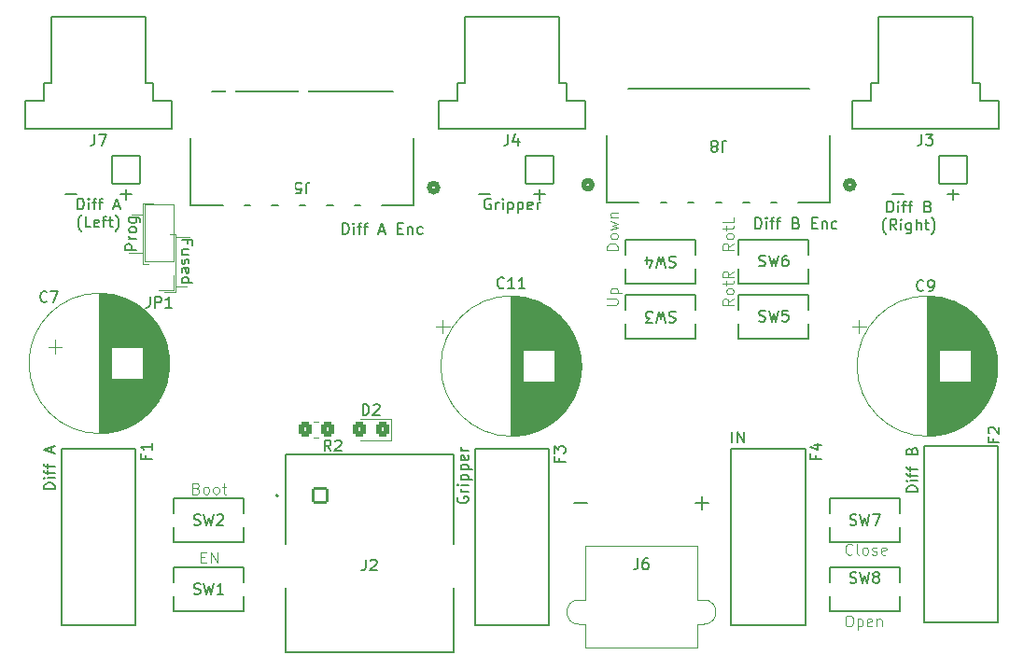
<source format=gto>
%TF.GenerationSoftware,KiCad,Pcbnew,8.0.3-8.0.3-0~ubuntu22.04.1*%
%TF.CreationDate,2024-07-03T00:47:08-04:00*%
%TF.ProjectId,arm_drive_j3_4_5,61726d5f-6472-4697-9665-5f6a335f345f,rev?*%
%TF.SameCoordinates,Original*%
%TF.FileFunction,Legend,Top*%
%TF.FilePolarity,Positive*%
%FSLAX46Y46*%
G04 Gerber Fmt 4.6, Leading zero omitted, Abs format (unit mm)*
G04 Created by KiCad (PCBNEW 8.0.3-8.0.3-0~ubuntu22.04.1) date 2024-07-03 00:47:08*
%MOMM*%
%LPD*%
G01*
G04 APERTURE LIST*
G04 Aperture macros list*
%AMRoundRect*
0 Rectangle with rounded corners*
0 $1 Rounding radius*
0 $2 $3 $4 $5 $6 $7 $8 $9 X,Y pos of 4 corners*
0 Add a 4 corners polygon primitive as box body*
4,1,4,$2,$3,$4,$5,$6,$7,$8,$9,$2,$3,0*
0 Add four circle primitives for the rounded corners*
1,1,$1+$1,$2,$3*
1,1,$1+$1,$4,$5*
1,1,$1+$1,$6,$7*
1,1,$1+$1,$8,$9*
0 Add four rect primitives between the rounded corners*
20,1,$1+$1,$2,$3,$4,$5,0*
20,1,$1+$1,$4,$5,$6,$7,0*
20,1,$1+$1,$6,$7,$8,$9,0*
20,1,$1+$1,$8,$9,$2,$3,0*%
G04 Aperture macros list end*
%ADD10C,0.100000*%
%ADD11C,0.150000*%
%ADD12C,0.152400*%
%ADD13C,0.508000*%
%ADD14C,0.127000*%
%ADD15C,0.120000*%
%ADD16C,0.200000*%
%ADD17R,1.511300X0.609600*%
%ADD18R,1.295400X4.495800*%
%ADD19R,1.803400X3.911600*%
%ADD20C,1.712000*%
%ADD21RoundRect,0.102000X-1.275000X-1.275000X1.275000X-1.275000X1.275000X1.275000X-1.275000X1.275000X0*%
%ADD22C,2.754000*%
%ADD23RoundRect,0.250000X0.350000X0.450000X-0.350000X0.450000X-0.350000X-0.450000X0.350000X-0.450000X0*%
%ADD24C,2.604000*%
%ADD25RoundRect,0.250000X0.325000X0.450000X-0.325000X0.450000X-0.325000X-0.450000X0.325000X-0.450000X0*%
%ADD26R,2.400000X2.400000*%
%ADD27C,2.400000*%
%ADD28R,1.700000X1.700000*%
%ADD29O,1.700000X1.700000*%
%ADD30C,3.600000*%
%ADD31C,5.600000*%
%ADD32C,1.400000*%
%ADD33R,3.500000X3.500000*%
%ADD34C,3.500000*%
%ADD35C,3.350000*%
%ADD36RoundRect,0.102000X-0.634000X-0.634000X0.634000X-0.634000X0.634000X0.634000X-0.634000X0.634000X0*%
%ADD37C,1.472000*%
%ADD38O,0.900000X1.600000*%
G04 APERTURE END LIST*
D10*
X53160000Y-57270000D02*
X54160000Y-57270000D01*
X51160000Y-49770000D02*
X50160000Y-49770000D01*
X53160000Y-57770000D02*
X53160000Y-52520000D01*
X50160000Y-50770000D02*
X49160000Y-50770000D01*
X50160000Y-49770000D02*
X50160000Y-55270000D01*
X50160000Y-54270000D02*
X48910000Y-54270000D01*
X50160000Y-55270000D02*
X50660000Y-55270000D01*
X53160000Y-52770000D02*
X54410000Y-52770000D01*
X53160000Y-52520000D02*
X52660000Y-52520000D01*
X52160000Y-57770000D02*
X53160000Y-57770000D01*
X93282419Y-53966115D02*
X92282419Y-53966115D01*
X92282419Y-53966115D02*
X92282419Y-53728020D01*
X92282419Y-53728020D02*
X92330038Y-53585163D01*
X92330038Y-53585163D02*
X92425276Y-53489925D01*
X92425276Y-53489925D02*
X92520514Y-53442306D01*
X92520514Y-53442306D02*
X92710990Y-53394687D01*
X92710990Y-53394687D02*
X92853847Y-53394687D01*
X92853847Y-53394687D02*
X93044323Y-53442306D01*
X93044323Y-53442306D02*
X93139561Y-53489925D01*
X93139561Y-53489925D02*
X93234800Y-53585163D01*
X93234800Y-53585163D02*
X93282419Y-53728020D01*
X93282419Y-53728020D02*
X93282419Y-53966115D01*
X93282419Y-52823258D02*
X93234800Y-52918496D01*
X93234800Y-52918496D02*
X93187180Y-52966115D01*
X93187180Y-52966115D02*
X93091942Y-53013734D01*
X93091942Y-53013734D02*
X92806228Y-53013734D01*
X92806228Y-53013734D02*
X92710990Y-52966115D01*
X92710990Y-52966115D02*
X92663371Y-52918496D01*
X92663371Y-52918496D02*
X92615752Y-52823258D01*
X92615752Y-52823258D02*
X92615752Y-52680401D01*
X92615752Y-52680401D02*
X92663371Y-52585163D01*
X92663371Y-52585163D02*
X92710990Y-52537544D01*
X92710990Y-52537544D02*
X92806228Y-52489925D01*
X92806228Y-52489925D02*
X93091942Y-52489925D01*
X93091942Y-52489925D02*
X93187180Y-52537544D01*
X93187180Y-52537544D02*
X93234800Y-52585163D01*
X93234800Y-52585163D02*
X93282419Y-52680401D01*
X93282419Y-52680401D02*
X93282419Y-52823258D01*
X92615752Y-52156591D02*
X93282419Y-51966115D01*
X93282419Y-51966115D02*
X92806228Y-51775639D01*
X92806228Y-51775639D02*
X93282419Y-51585163D01*
X93282419Y-51585163D02*
X92615752Y-51394687D01*
X92615752Y-51013734D02*
X93282419Y-51013734D01*
X92710990Y-51013734D02*
X92663371Y-50966115D01*
X92663371Y-50966115D02*
X92615752Y-50870877D01*
X92615752Y-50870877D02*
X92615752Y-50728020D01*
X92615752Y-50728020D02*
X92663371Y-50632782D01*
X92663371Y-50632782D02*
X92758609Y-50585163D01*
X92758609Y-50585163D02*
X93282419Y-50585163D01*
D11*
X49614819Y-53996190D02*
X48614819Y-53996190D01*
X48614819Y-53996190D02*
X48614819Y-53615238D01*
X48614819Y-53615238D02*
X48662438Y-53520000D01*
X48662438Y-53520000D02*
X48710057Y-53472381D01*
X48710057Y-53472381D02*
X48805295Y-53424762D01*
X48805295Y-53424762D02*
X48948152Y-53424762D01*
X48948152Y-53424762D02*
X49043390Y-53472381D01*
X49043390Y-53472381D02*
X49091009Y-53520000D01*
X49091009Y-53520000D02*
X49138628Y-53615238D01*
X49138628Y-53615238D02*
X49138628Y-53996190D01*
X49614819Y-52996190D02*
X48948152Y-52996190D01*
X49138628Y-52996190D02*
X49043390Y-52948571D01*
X49043390Y-52948571D02*
X48995771Y-52900952D01*
X48995771Y-52900952D02*
X48948152Y-52805714D01*
X48948152Y-52805714D02*
X48948152Y-52710476D01*
X49614819Y-52234285D02*
X49567200Y-52329523D01*
X49567200Y-52329523D02*
X49519580Y-52377142D01*
X49519580Y-52377142D02*
X49424342Y-52424761D01*
X49424342Y-52424761D02*
X49138628Y-52424761D01*
X49138628Y-52424761D02*
X49043390Y-52377142D01*
X49043390Y-52377142D02*
X48995771Y-52329523D01*
X48995771Y-52329523D02*
X48948152Y-52234285D01*
X48948152Y-52234285D02*
X48948152Y-52091428D01*
X48948152Y-52091428D02*
X48995771Y-51996190D01*
X48995771Y-51996190D02*
X49043390Y-51948571D01*
X49043390Y-51948571D02*
X49138628Y-51900952D01*
X49138628Y-51900952D02*
X49424342Y-51900952D01*
X49424342Y-51900952D02*
X49519580Y-51948571D01*
X49519580Y-51948571D02*
X49567200Y-51996190D01*
X49567200Y-51996190D02*
X49614819Y-52091428D01*
X49614819Y-52091428D02*
X49614819Y-52234285D01*
X48948152Y-51043809D02*
X49757676Y-51043809D01*
X49757676Y-51043809D02*
X49852914Y-51091428D01*
X49852914Y-51091428D02*
X49900533Y-51139047D01*
X49900533Y-51139047D02*
X49948152Y-51234285D01*
X49948152Y-51234285D02*
X49948152Y-51377142D01*
X49948152Y-51377142D02*
X49900533Y-51472380D01*
X49567200Y-51043809D02*
X49614819Y-51139047D01*
X49614819Y-51139047D02*
X49614819Y-51329523D01*
X49614819Y-51329523D02*
X49567200Y-51424761D01*
X49567200Y-51424761D02*
X49519580Y-51472380D01*
X49519580Y-51472380D02*
X49424342Y-51519999D01*
X49424342Y-51519999D02*
X49138628Y-51519999D01*
X49138628Y-51519999D02*
X49043390Y-51472380D01*
X49043390Y-51472380D02*
X48995771Y-51424761D01*
X48995771Y-51424761D02*
X48948152Y-51329523D01*
X48948152Y-51329523D02*
X48948152Y-51139047D01*
X48948152Y-51139047D02*
X48995771Y-51043809D01*
X42199819Y-75683220D02*
X41199819Y-75683220D01*
X41199819Y-75683220D02*
X41199819Y-75445125D01*
X41199819Y-75445125D02*
X41247438Y-75302268D01*
X41247438Y-75302268D02*
X41342676Y-75207030D01*
X41342676Y-75207030D02*
X41437914Y-75159411D01*
X41437914Y-75159411D02*
X41628390Y-75111792D01*
X41628390Y-75111792D02*
X41771247Y-75111792D01*
X41771247Y-75111792D02*
X41961723Y-75159411D01*
X41961723Y-75159411D02*
X42056961Y-75207030D01*
X42056961Y-75207030D02*
X42152200Y-75302268D01*
X42152200Y-75302268D02*
X42199819Y-75445125D01*
X42199819Y-75445125D02*
X42199819Y-75683220D01*
X42199819Y-74683220D02*
X41533152Y-74683220D01*
X41199819Y-74683220D02*
X41247438Y-74730839D01*
X41247438Y-74730839D02*
X41295057Y-74683220D01*
X41295057Y-74683220D02*
X41247438Y-74635601D01*
X41247438Y-74635601D02*
X41199819Y-74683220D01*
X41199819Y-74683220D02*
X41295057Y-74683220D01*
X41533152Y-74349887D02*
X41533152Y-73968935D01*
X42199819Y-74207030D02*
X41342676Y-74207030D01*
X41342676Y-74207030D02*
X41247438Y-74159411D01*
X41247438Y-74159411D02*
X41199819Y-74064173D01*
X41199819Y-74064173D02*
X41199819Y-73968935D01*
X41533152Y-73778458D02*
X41533152Y-73397506D01*
X42199819Y-73635601D02*
X41342676Y-73635601D01*
X41342676Y-73635601D02*
X41247438Y-73587982D01*
X41247438Y-73587982D02*
X41199819Y-73492744D01*
X41199819Y-73492744D02*
X41199819Y-73397506D01*
X41914104Y-72349886D02*
X41914104Y-71873696D01*
X42199819Y-72445124D02*
X41199819Y-72111791D01*
X41199819Y-72111791D02*
X42199819Y-71778458D01*
X117707619Y-50559819D02*
X117707619Y-49559819D01*
X117707619Y-49559819D02*
X117945714Y-49559819D01*
X117945714Y-49559819D02*
X118088571Y-49607438D01*
X118088571Y-49607438D02*
X118183809Y-49702676D01*
X118183809Y-49702676D02*
X118231428Y-49797914D01*
X118231428Y-49797914D02*
X118279047Y-49988390D01*
X118279047Y-49988390D02*
X118279047Y-50131247D01*
X118279047Y-50131247D02*
X118231428Y-50321723D01*
X118231428Y-50321723D02*
X118183809Y-50416961D01*
X118183809Y-50416961D02*
X118088571Y-50512200D01*
X118088571Y-50512200D02*
X117945714Y-50559819D01*
X117945714Y-50559819D02*
X117707619Y-50559819D01*
X118707619Y-50559819D02*
X118707619Y-49893152D01*
X118707619Y-49559819D02*
X118660000Y-49607438D01*
X118660000Y-49607438D02*
X118707619Y-49655057D01*
X118707619Y-49655057D02*
X118755238Y-49607438D01*
X118755238Y-49607438D02*
X118707619Y-49559819D01*
X118707619Y-49559819D02*
X118707619Y-49655057D01*
X119040952Y-49893152D02*
X119421904Y-49893152D01*
X119183809Y-50559819D02*
X119183809Y-49702676D01*
X119183809Y-49702676D02*
X119231428Y-49607438D01*
X119231428Y-49607438D02*
X119326666Y-49559819D01*
X119326666Y-49559819D02*
X119421904Y-49559819D01*
X119612381Y-49893152D02*
X119993333Y-49893152D01*
X119755238Y-50559819D02*
X119755238Y-49702676D01*
X119755238Y-49702676D02*
X119802857Y-49607438D01*
X119802857Y-49607438D02*
X119898095Y-49559819D01*
X119898095Y-49559819D02*
X119993333Y-49559819D01*
X121421905Y-50036009D02*
X121564762Y-50083628D01*
X121564762Y-50083628D02*
X121612381Y-50131247D01*
X121612381Y-50131247D02*
X121660000Y-50226485D01*
X121660000Y-50226485D02*
X121660000Y-50369342D01*
X121660000Y-50369342D02*
X121612381Y-50464580D01*
X121612381Y-50464580D02*
X121564762Y-50512200D01*
X121564762Y-50512200D02*
X121469524Y-50559819D01*
X121469524Y-50559819D02*
X121088572Y-50559819D01*
X121088572Y-50559819D02*
X121088572Y-49559819D01*
X121088572Y-49559819D02*
X121421905Y-49559819D01*
X121421905Y-49559819D02*
X121517143Y-49607438D01*
X121517143Y-49607438D02*
X121564762Y-49655057D01*
X121564762Y-49655057D02*
X121612381Y-49750295D01*
X121612381Y-49750295D02*
X121612381Y-49845533D01*
X121612381Y-49845533D02*
X121564762Y-49940771D01*
X121564762Y-49940771D02*
X121517143Y-49988390D01*
X121517143Y-49988390D02*
X121421905Y-50036009D01*
X121421905Y-50036009D02*
X121088572Y-50036009D01*
X117588571Y-52550715D02*
X117540952Y-52503096D01*
X117540952Y-52503096D02*
X117445714Y-52360239D01*
X117445714Y-52360239D02*
X117398095Y-52265001D01*
X117398095Y-52265001D02*
X117350476Y-52122144D01*
X117350476Y-52122144D02*
X117302857Y-51884048D01*
X117302857Y-51884048D02*
X117302857Y-51693572D01*
X117302857Y-51693572D02*
X117350476Y-51455477D01*
X117350476Y-51455477D02*
X117398095Y-51312620D01*
X117398095Y-51312620D02*
X117445714Y-51217382D01*
X117445714Y-51217382D02*
X117540952Y-51074524D01*
X117540952Y-51074524D02*
X117588571Y-51026905D01*
X118540952Y-52169763D02*
X118207619Y-51693572D01*
X117969524Y-52169763D02*
X117969524Y-51169763D01*
X117969524Y-51169763D02*
X118350476Y-51169763D01*
X118350476Y-51169763D02*
X118445714Y-51217382D01*
X118445714Y-51217382D02*
X118493333Y-51265001D01*
X118493333Y-51265001D02*
X118540952Y-51360239D01*
X118540952Y-51360239D02*
X118540952Y-51503096D01*
X118540952Y-51503096D02*
X118493333Y-51598334D01*
X118493333Y-51598334D02*
X118445714Y-51645953D01*
X118445714Y-51645953D02*
X118350476Y-51693572D01*
X118350476Y-51693572D02*
X117969524Y-51693572D01*
X118969524Y-52169763D02*
X118969524Y-51503096D01*
X118969524Y-51169763D02*
X118921905Y-51217382D01*
X118921905Y-51217382D02*
X118969524Y-51265001D01*
X118969524Y-51265001D02*
X119017143Y-51217382D01*
X119017143Y-51217382D02*
X118969524Y-51169763D01*
X118969524Y-51169763D02*
X118969524Y-51265001D01*
X119874285Y-51503096D02*
X119874285Y-52312620D01*
X119874285Y-52312620D02*
X119826666Y-52407858D01*
X119826666Y-52407858D02*
X119779047Y-52455477D01*
X119779047Y-52455477D02*
X119683809Y-52503096D01*
X119683809Y-52503096D02*
X119540952Y-52503096D01*
X119540952Y-52503096D02*
X119445714Y-52455477D01*
X119874285Y-52122144D02*
X119779047Y-52169763D01*
X119779047Y-52169763D02*
X119588571Y-52169763D01*
X119588571Y-52169763D02*
X119493333Y-52122144D01*
X119493333Y-52122144D02*
X119445714Y-52074524D01*
X119445714Y-52074524D02*
X119398095Y-51979286D01*
X119398095Y-51979286D02*
X119398095Y-51693572D01*
X119398095Y-51693572D02*
X119445714Y-51598334D01*
X119445714Y-51598334D02*
X119493333Y-51550715D01*
X119493333Y-51550715D02*
X119588571Y-51503096D01*
X119588571Y-51503096D02*
X119779047Y-51503096D01*
X119779047Y-51503096D02*
X119874285Y-51550715D01*
X120350476Y-52169763D02*
X120350476Y-51169763D01*
X120779047Y-52169763D02*
X120779047Y-51645953D01*
X120779047Y-51645953D02*
X120731428Y-51550715D01*
X120731428Y-51550715D02*
X120636190Y-51503096D01*
X120636190Y-51503096D02*
X120493333Y-51503096D01*
X120493333Y-51503096D02*
X120398095Y-51550715D01*
X120398095Y-51550715D02*
X120350476Y-51598334D01*
X121112381Y-51503096D02*
X121493333Y-51503096D01*
X121255238Y-51169763D02*
X121255238Y-52026905D01*
X121255238Y-52026905D02*
X121302857Y-52122144D01*
X121302857Y-52122144D02*
X121398095Y-52169763D01*
X121398095Y-52169763D02*
X121493333Y-52169763D01*
X121731429Y-52550715D02*
X121779048Y-52503096D01*
X121779048Y-52503096D02*
X121874286Y-52360239D01*
X121874286Y-52360239D02*
X121921905Y-52265001D01*
X121921905Y-52265001D02*
X121969524Y-52122144D01*
X121969524Y-52122144D02*
X122017143Y-51884048D01*
X122017143Y-51884048D02*
X122017143Y-51693572D01*
X122017143Y-51693572D02*
X121969524Y-51455477D01*
X121969524Y-51455477D02*
X121921905Y-51312620D01*
X121921905Y-51312620D02*
X121874286Y-51217382D01*
X121874286Y-51217382D02*
X121779048Y-51074524D01*
X121779048Y-51074524D02*
X121731429Y-51026905D01*
X105743333Y-52059819D02*
X105743333Y-51059819D01*
X105743333Y-51059819D02*
X105981428Y-51059819D01*
X105981428Y-51059819D02*
X106124285Y-51107438D01*
X106124285Y-51107438D02*
X106219523Y-51202676D01*
X106219523Y-51202676D02*
X106267142Y-51297914D01*
X106267142Y-51297914D02*
X106314761Y-51488390D01*
X106314761Y-51488390D02*
X106314761Y-51631247D01*
X106314761Y-51631247D02*
X106267142Y-51821723D01*
X106267142Y-51821723D02*
X106219523Y-51916961D01*
X106219523Y-51916961D02*
X106124285Y-52012200D01*
X106124285Y-52012200D02*
X105981428Y-52059819D01*
X105981428Y-52059819D02*
X105743333Y-52059819D01*
X106743333Y-52059819D02*
X106743333Y-51393152D01*
X106743333Y-51059819D02*
X106695714Y-51107438D01*
X106695714Y-51107438D02*
X106743333Y-51155057D01*
X106743333Y-51155057D02*
X106790952Y-51107438D01*
X106790952Y-51107438D02*
X106743333Y-51059819D01*
X106743333Y-51059819D02*
X106743333Y-51155057D01*
X107076666Y-51393152D02*
X107457618Y-51393152D01*
X107219523Y-52059819D02*
X107219523Y-51202676D01*
X107219523Y-51202676D02*
X107267142Y-51107438D01*
X107267142Y-51107438D02*
X107362380Y-51059819D01*
X107362380Y-51059819D02*
X107457618Y-51059819D01*
X107648095Y-51393152D02*
X108029047Y-51393152D01*
X107790952Y-52059819D02*
X107790952Y-51202676D01*
X107790952Y-51202676D02*
X107838571Y-51107438D01*
X107838571Y-51107438D02*
X107933809Y-51059819D01*
X107933809Y-51059819D02*
X108029047Y-51059819D01*
X109457619Y-51536009D02*
X109600476Y-51583628D01*
X109600476Y-51583628D02*
X109648095Y-51631247D01*
X109648095Y-51631247D02*
X109695714Y-51726485D01*
X109695714Y-51726485D02*
X109695714Y-51869342D01*
X109695714Y-51869342D02*
X109648095Y-51964580D01*
X109648095Y-51964580D02*
X109600476Y-52012200D01*
X109600476Y-52012200D02*
X109505238Y-52059819D01*
X109505238Y-52059819D02*
X109124286Y-52059819D01*
X109124286Y-52059819D02*
X109124286Y-51059819D01*
X109124286Y-51059819D02*
X109457619Y-51059819D01*
X109457619Y-51059819D02*
X109552857Y-51107438D01*
X109552857Y-51107438D02*
X109600476Y-51155057D01*
X109600476Y-51155057D02*
X109648095Y-51250295D01*
X109648095Y-51250295D02*
X109648095Y-51345533D01*
X109648095Y-51345533D02*
X109600476Y-51440771D01*
X109600476Y-51440771D02*
X109552857Y-51488390D01*
X109552857Y-51488390D02*
X109457619Y-51536009D01*
X109457619Y-51536009D02*
X109124286Y-51536009D01*
X110886191Y-51536009D02*
X111219524Y-51536009D01*
X111362381Y-52059819D02*
X110886191Y-52059819D01*
X110886191Y-52059819D02*
X110886191Y-51059819D01*
X110886191Y-51059819D02*
X111362381Y-51059819D01*
X111790953Y-51393152D02*
X111790953Y-52059819D01*
X111790953Y-51488390D02*
X111838572Y-51440771D01*
X111838572Y-51440771D02*
X111933810Y-51393152D01*
X111933810Y-51393152D02*
X112076667Y-51393152D01*
X112076667Y-51393152D02*
X112171905Y-51440771D01*
X112171905Y-51440771D02*
X112219524Y-51536009D01*
X112219524Y-51536009D02*
X112219524Y-52059819D01*
X113124286Y-52012200D02*
X113029048Y-52059819D01*
X113029048Y-52059819D02*
X112838572Y-52059819D01*
X112838572Y-52059819D02*
X112743334Y-52012200D01*
X112743334Y-52012200D02*
X112695715Y-51964580D01*
X112695715Y-51964580D02*
X112648096Y-51869342D01*
X112648096Y-51869342D02*
X112648096Y-51583628D01*
X112648096Y-51583628D02*
X112695715Y-51488390D01*
X112695715Y-51488390D02*
X112743334Y-51440771D01*
X112743334Y-51440771D02*
X112838572Y-51393152D01*
X112838572Y-51393152D02*
X113029048Y-51393152D01*
X113029048Y-51393152D02*
X113124286Y-51440771D01*
X120449819Y-75933220D02*
X119449819Y-75933220D01*
X119449819Y-75933220D02*
X119449819Y-75695125D01*
X119449819Y-75695125D02*
X119497438Y-75552268D01*
X119497438Y-75552268D02*
X119592676Y-75457030D01*
X119592676Y-75457030D02*
X119687914Y-75409411D01*
X119687914Y-75409411D02*
X119878390Y-75361792D01*
X119878390Y-75361792D02*
X120021247Y-75361792D01*
X120021247Y-75361792D02*
X120211723Y-75409411D01*
X120211723Y-75409411D02*
X120306961Y-75457030D01*
X120306961Y-75457030D02*
X120402200Y-75552268D01*
X120402200Y-75552268D02*
X120449819Y-75695125D01*
X120449819Y-75695125D02*
X120449819Y-75933220D01*
X120449819Y-74933220D02*
X119783152Y-74933220D01*
X119449819Y-74933220D02*
X119497438Y-74980839D01*
X119497438Y-74980839D02*
X119545057Y-74933220D01*
X119545057Y-74933220D02*
X119497438Y-74885601D01*
X119497438Y-74885601D02*
X119449819Y-74933220D01*
X119449819Y-74933220D02*
X119545057Y-74933220D01*
X119783152Y-74599887D02*
X119783152Y-74218935D01*
X120449819Y-74457030D02*
X119592676Y-74457030D01*
X119592676Y-74457030D02*
X119497438Y-74409411D01*
X119497438Y-74409411D02*
X119449819Y-74314173D01*
X119449819Y-74314173D02*
X119449819Y-74218935D01*
X119783152Y-74028458D02*
X119783152Y-73647506D01*
X120449819Y-73885601D02*
X119592676Y-73885601D01*
X119592676Y-73885601D02*
X119497438Y-73837982D01*
X119497438Y-73837982D02*
X119449819Y-73742744D01*
X119449819Y-73742744D02*
X119449819Y-73647506D01*
X119926009Y-72218934D02*
X119973628Y-72076077D01*
X119973628Y-72076077D02*
X120021247Y-72028458D01*
X120021247Y-72028458D02*
X120116485Y-71980839D01*
X120116485Y-71980839D02*
X120259342Y-71980839D01*
X120259342Y-71980839D02*
X120354580Y-72028458D01*
X120354580Y-72028458D02*
X120402200Y-72076077D01*
X120402200Y-72076077D02*
X120449819Y-72171315D01*
X120449819Y-72171315D02*
X120449819Y-72552267D01*
X120449819Y-72552267D02*
X119449819Y-72552267D01*
X119449819Y-72552267D02*
X119449819Y-72218934D01*
X119449819Y-72218934D02*
X119497438Y-72123696D01*
X119497438Y-72123696D02*
X119545057Y-72076077D01*
X119545057Y-72076077D02*
X119640295Y-72028458D01*
X119640295Y-72028458D02*
X119735533Y-72028458D01*
X119735533Y-72028458D02*
X119830771Y-72076077D01*
X119830771Y-72076077D02*
X119878390Y-72123696D01*
X119878390Y-72123696D02*
X119926009Y-72218934D01*
X119926009Y-72218934D02*
X119926009Y-72552267D01*
D10*
X55463884Y-81868609D02*
X55797217Y-81868609D01*
X55940074Y-82392419D02*
X55463884Y-82392419D01*
X55463884Y-82392419D02*
X55463884Y-81392419D01*
X55463884Y-81392419D02*
X55940074Y-81392419D01*
X56368646Y-82392419D02*
X56368646Y-81392419D01*
X56368646Y-81392419D02*
X56940074Y-82392419D01*
X56940074Y-82392419D02*
X56940074Y-81392419D01*
X103782419Y-53394687D02*
X103306228Y-53728020D01*
X103782419Y-53966115D02*
X102782419Y-53966115D01*
X102782419Y-53966115D02*
X102782419Y-53585163D01*
X102782419Y-53585163D02*
X102830038Y-53489925D01*
X102830038Y-53489925D02*
X102877657Y-53442306D01*
X102877657Y-53442306D02*
X102972895Y-53394687D01*
X102972895Y-53394687D02*
X103115752Y-53394687D01*
X103115752Y-53394687D02*
X103210990Y-53442306D01*
X103210990Y-53442306D02*
X103258609Y-53489925D01*
X103258609Y-53489925D02*
X103306228Y-53585163D01*
X103306228Y-53585163D02*
X103306228Y-53966115D01*
X103782419Y-52823258D02*
X103734800Y-52918496D01*
X103734800Y-52918496D02*
X103687180Y-52966115D01*
X103687180Y-52966115D02*
X103591942Y-53013734D01*
X103591942Y-53013734D02*
X103306228Y-53013734D01*
X103306228Y-53013734D02*
X103210990Y-52966115D01*
X103210990Y-52966115D02*
X103163371Y-52918496D01*
X103163371Y-52918496D02*
X103115752Y-52823258D01*
X103115752Y-52823258D02*
X103115752Y-52680401D01*
X103115752Y-52680401D02*
X103163371Y-52585163D01*
X103163371Y-52585163D02*
X103210990Y-52537544D01*
X103210990Y-52537544D02*
X103306228Y-52489925D01*
X103306228Y-52489925D02*
X103591942Y-52489925D01*
X103591942Y-52489925D02*
X103687180Y-52537544D01*
X103687180Y-52537544D02*
X103734800Y-52585163D01*
X103734800Y-52585163D02*
X103782419Y-52680401D01*
X103782419Y-52680401D02*
X103782419Y-52823258D01*
X103115752Y-52204210D02*
X103115752Y-51823258D01*
X102782419Y-52061353D02*
X103639561Y-52061353D01*
X103639561Y-52061353D02*
X103734800Y-52013734D01*
X103734800Y-52013734D02*
X103782419Y-51918496D01*
X103782419Y-51918496D02*
X103782419Y-51823258D01*
X103782419Y-51013734D02*
X103782419Y-51489924D01*
X103782419Y-51489924D02*
X102782419Y-51489924D01*
D11*
X44279047Y-50309819D02*
X44279047Y-49309819D01*
X44279047Y-49309819D02*
X44517142Y-49309819D01*
X44517142Y-49309819D02*
X44659999Y-49357438D01*
X44659999Y-49357438D02*
X44755237Y-49452676D01*
X44755237Y-49452676D02*
X44802856Y-49547914D01*
X44802856Y-49547914D02*
X44850475Y-49738390D01*
X44850475Y-49738390D02*
X44850475Y-49881247D01*
X44850475Y-49881247D02*
X44802856Y-50071723D01*
X44802856Y-50071723D02*
X44755237Y-50166961D01*
X44755237Y-50166961D02*
X44659999Y-50262200D01*
X44659999Y-50262200D02*
X44517142Y-50309819D01*
X44517142Y-50309819D02*
X44279047Y-50309819D01*
X45279047Y-50309819D02*
X45279047Y-49643152D01*
X45279047Y-49309819D02*
X45231428Y-49357438D01*
X45231428Y-49357438D02*
X45279047Y-49405057D01*
X45279047Y-49405057D02*
X45326666Y-49357438D01*
X45326666Y-49357438D02*
X45279047Y-49309819D01*
X45279047Y-49309819D02*
X45279047Y-49405057D01*
X45612380Y-49643152D02*
X45993332Y-49643152D01*
X45755237Y-50309819D02*
X45755237Y-49452676D01*
X45755237Y-49452676D02*
X45802856Y-49357438D01*
X45802856Y-49357438D02*
X45898094Y-49309819D01*
X45898094Y-49309819D02*
X45993332Y-49309819D01*
X46183809Y-49643152D02*
X46564761Y-49643152D01*
X46326666Y-50309819D02*
X46326666Y-49452676D01*
X46326666Y-49452676D02*
X46374285Y-49357438D01*
X46374285Y-49357438D02*
X46469523Y-49309819D01*
X46469523Y-49309819D02*
X46564761Y-49309819D01*
X47612381Y-50024104D02*
X48088571Y-50024104D01*
X47517143Y-50309819D02*
X47850476Y-49309819D01*
X47850476Y-49309819D02*
X48183809Y-50309819D01*
X44612380Y-52300715D02*
X44564761Y-52253096D01*
X44564761Y-52253096D02*
X44469523Y-52110239D01*
X44469523Y-52110239D02*
X44421904Y-52015001D01*
X44421904Y-52015001D02*
X44374285Y-51872144D01*
X44374285Y-51872144D02*
X44326666Y-51634048D01*
X44326666Y-51634048D02*
X44326666Y-51443572D01*
X44326666Y-51443572D02*
X44374285Y-51205477D01*
X44374285Y-51205477D02*
X44421904Y-51062620D01*
X44421904Y-51062620D02*
X44469523Y-50967382D01*
X44469523Y-50967382D02*
X44564761Y-50824524D01*
X44564761Y-50824524D02*
X44612380Y-50776905D01*
X45469523Y-51919763D02*
X44993333Y-51919763D01*
X44993333Y-51919763D02*
X44993333Y-50919763D01*
X46183809Y-51872144D02*
X46088571Y-51919763D01*
X46088571Y-51919763D02*
X45898095Y-51919763D01*
X45898095Y-51919763D02*
X45802857Y-51872144D01*
X45802857Y-51872144D02*
X45755238Y-51776905D01*
X45755238Y-51776905D02*
X45755238Y-51395953D01*
X45755238Y-51395953D02*
X45802857Y-51300715D01*
X45802857Y-51300715D02*
X45898095Y-51253096D01*
X45898095Y-51253096D02*
X46088571Y-51253096D01*
X46088571Y-51253096D02*
X46183809Y-51300715D01*
X46183809Y-51300715D02*
X46231428Y-51395953D01*
X46231428Y-51395953D02*
X46231428Y-51491191D01*
X46231428Y-51491191D02*
X45755238Y-51586429D01*
X46517143Y-51253096D02*
X46898095Y-51253096D01*
X46660000Y-51919763D02*
X46660000Y-51062620D01*
X46660000Y-51062620D02*
X46707619Y-50967382D01*
X46707619Y-50967382D02*
X46802857Y-50919763D01*
X46802857Y-50919763D02*
X46898095Y-50919763D01*
X47088572Y-51253096D02*
X47469524Y-51253096D01*
X47231429Y-50919763D02*
X47231429Y-51776905D01*
X47231429Y-51776905D02*
X47279048Y-51872144D01*
X47279048Y-51872144D02*
X47374286Y-51919763D01*
X47374286Y-51919763D02*
X47469524Y-51919763D01*
X47707620Y-52300715D02*
X47755239Y-52253096D01*
X47755239Y-52253096D02*
X47850477Y-52110239D01*
X47850477Y-52110239D02*
X47898096Y-52015001D01*
X47898096Y-52015001D02*
X47945715Y-51872144D01*
X47945715Y-51872144D02*
X47993334Y-51634048D01*
X47993334Y-51634048D02*
X47993334Y-51443572D01*
X47993334Y-51443572D02*
X47945715Y-51205477D01*
X47945715Y-51205477D02*
X47898096Y-51062620D01*
X47898096Y-51062620D02*
X47850477Y-50967382D01*
X47850477Y-50967382D02*
X47755239Y-50824524D01*
X47755239Y-50824524D02*
X47707620Y-50776905D01*
D10*
X114154360Y-87142419D02*
X114344836Y-87142419D01*
X114344836Y-87142419D02*
X114440074Y-87190038D01*
X114440074Y-87190038D02*
X114535312Y-87285276D01*
X114535312Y-87285276D02*
X114582931Y-87475752D01*
X114582931Y-87475752D02*
X114582931Y-87809085D01*
X114582931Y-87809085D02*
X114535312Y-87999561D01*
X114535312Y-87999561D02*
X114440074Y-88094800D01*
X114440074Y-88094800D02*
X114344836Y-88142419D01*
X114344836Y-88142419D02*
X114154360Y-88142419D01*
X114154360Y-88142419D02*
X114059122Y-88094800D01*
X114059122Y-88094800D02*
X113963884Y-87999561D01*
X113963884Y-87999561D02*
X113916265Y-87809085D01*
X113916265Y-87809085D02*
X113916265Y-87475752D01*
X113916265Y-87475752D02*
X113963884Y-87285276D01*
X113963884Y-87285276D02*
X114059122Y-87190038D01*
X114059122Y-87190038D02*
X114154360Y-87142419D01*
X115011503Y-87475752D02*
X115011503Y-88475752D01*
X115011503Y-87523371D02*
X115106741Y-87475752D01*
X115106741Y-87475752D02*
X115297217Y-87475752D01*
X115297217Y-87475752D02*
X115392455Y-87523371D01*
X115392455Y-87523371D02*
X115440074Y-87570990D01*
X115440074Y-87570990D02*
X115487693Y-87666228D01*
X115487693Y-87666228D02*
X115487693Y-87951942D01*
X115487693Y-87951942D02*
X115440074Y-88047180D01*
X115440074Y-88047180D02*
X115392455Y-88094800D01*
X115392455Y-88094800D02*
X115297217Y-88142419D01*
X115297217Y-88142419D02*
X115106741Y-88142419D01*
X115106741Y-88142419D02*
X115011503Y-88094800D01*
X116297217Y-88094800D02*
X116201979Y-88142419D01*
X116201979Y-88142419D02*
X116011503Y-88142419D01*
X116011503Y-88142419D02*
X115916265Y-88094800D01*
X115916265Y-88094800D02*
X115868646Y-87999561D01*
X115868646Y-87999561D02*
X115868646Y-87618609D01*
X115868646Y-87618609D02*
X115916265Y-87523371D01*
X115916265Y-87523371D02*
X116011503Y-87475752D01*
X116011503Y-87475752D02*
X116201979Y-87475752D01*
X116201979Y-87475752D02*
X116297217Y-87523371D01*
X116297217Y-87523371D02*
X116344836Y-87618609D01*
X116344836Y-87618609D02*
X116344836Y-87713847D01*
X116344836Y-87713847D02*
X115868646Y-87809085D01*
X116773408Y-87475752D02*
X116773408Y-88142419D01*
X116773408Y-87570990D02*
X116821027Y-87523371D01*
X116821027Y-87523371D02*
X116916265Y-87475752D01*
X116916265Y-87475752D02*
X117059122Y-87475752D01*
X117059122Y-87475752D02*
X117154360Y-87523371D01*
X117154360Y-87523371D02*
X117201979Y-87618609D01*
X117201979Y-87618609D02*
X117201979Y-88142419D01*
X92282419Y-58966115D02*
X93091942Y-58966115D01*
X93091942Y-58966115D02*
X93187180Y-58918496D01*
X93187180Y-58918496D02*
X93234800Y-58870877D01*
X93234800Y-58870877D02*
X93282419Y-58775639D01*
X93282419Y-58775639D02*
X93282419Y-58585163D01*
X93282419Y-58585163D02*
X93234800Y-58489925D01*
X93234800Y-58489925D02*
X93187180Y-58442306D01*
X93187180Y-58442306D02*
X93091942Y-58394687D01*
X93091942Y-58394687D02*
X92282419Y-58394687D01*
X92615752Y-57918496D02*
X93615752Y-57918496D01*
X92663371Y-57918496D02*
X92615752Y-57823258D01*
X92615752Y-57823258D02*
X92615752Y-57632782D01*
X92615752Y-57632782D02*
X92663371Y-57537544D01*
X92663371Y-57537544D02*
X92710990Y-57489925D01*
X92710990Y-57489925D02*
X92806228Y-57442306D01*
X92806228Y-57442306D02*
X93091942Y-57442306D01*
X93091942Y-57442306D02*
X93187180Y-57489925D01*
X93187180Y-57489925D02*
X93234800Y-57537544D01*
X93234800Y-57537544D02*
X93282419Y-57632782D01*
X93282419Y-57632782D02*
X93282419Y-57823258D01*
X93282419Y-57823258D02*
X93234800Y-57918496D01*
D11*
X68314761Y-52559819D02*
X68314761Y-51559819D01*
X68314761Y-51559819D02*
X68552856Y-51559819D01*
X68552856Y-51559819D02*
X68695713Y-51607438D01*
X68695713Y-51607438D02*
X68790951Y-51702676D01*
X68790951Y-51702676D02*
X68838570Y-51797914D01*
X68838570Y-51797914D02*
X68886189Y-51988390D01*
X68886189Y-51988390D02*
X68886189Y-52131247D01*
X68886189Y-52131247D02*
X68838570Y-52321723D01*
X68838570Y-52321723D02*
X68790951Y-52416961D01*
X68790951Y-52416961D02*
X68695713Y-52512200D01*
X68695713Y-52512200D02*
X68552856Y-52559819D01*
X68552856Y-52559819D02*
X68314761Y-52559819D01*
X69314761Y-52559819D02*
X69314761Y-51893152D01*
X69314761Y-51559819D02*
X69267142Y-51607438D01*
X69267142Y-51607438D02*
X69314761Y-51655057D01*
X69314761Y-51655057D02*
X69362380Y-51607438D01*
X69362380Y-51607438D02*
X69314761Y-51559819D01*
X69314761Y-51559819D02*
X69314761Y-51655057D01*
X69648094Y-51893152D02*
X70029046Y-51893152D01*
X69790951Y-52559819D02*
X69790951Y-51702676D01*
X69790951Y-51702676D02*
X69838570Y-51607438D01*
X69838570Y-51607438D02*
X69933808Y-51559819D01*
X69933808Y-51559819D02*
X70029046Y-51559819D01*
X70219523Y-51893152D02*
X70600475Y-51893152D01*
X70362380Y-52559819D02*
X70362380Y-51702676D01*
X70362380Y-51702676D02*
X70409999Y-51607438D01*
X70409999Y-51607438D02*
X70505237Y-51559819D01*
X70505237Y-51559819D02*
X70600475Y-51559819D01*
X71648095Y-52274104D02*
X72124285Y-52274104D01*
X71552857Y-52559819D02*
X71886190Y-51559819D01*
X71886190Y-51559819D02*
X72219523Y-52559819D01*
X73314762Y-52036009D02*
X73648095Y-52036009D01*
X73790952Y-52559819D02*
X73314762Y-52559819D01*
X73314762Y-52559819D02*
X73314762Y-51559819D01*
X73314762Y-51559819D02*
X73790952Y-51559819D01*
X74219524Y-51893152D02*
X74219524Y-52559819D01*
X74219524Y-51988390D02*
X74267143Y-51940771D01*
X74267143Y-51940771D02*
X74362381Y-51893152D01*
X74362381Y-51893152D02*
X74505238Y-51893152D01*
X74505238Y-51893152D02*
X74600476Y-51940771D01*
X74600476Y-51940771D02*
X74648095Y-52036009D01*
X74648095Y-52036009D02*
X74648095Y-52559819D01*
X75552857Y-52512200D02*
X75457619Y-52559819D01*
X75457619Y-52559819D02*
X75267143Y-52559819D01*
X75267143Y-52559819D02*
X75171905Y-52512200D01*
X75171905Y-52512200D02*
X75124286Y-52464580D01*
X75124286Y-52464580D02*
X75076667Y-52369342D01*
X75076667Y-52369342D02*
X75076667Y-52083628D01*
X75076667Y-52083628D02*
X75124286Y-51988390D01*
X75124286Y-51988390D02*
X75171905Y-51940771D01*
X75171905Y-51940771D02*
X75267143Y-51893152D01*
X75267143Y-51893152D02*
X75457619Y-51893152D01*
X75457619Y-51893152D02*
X75552857Y-51940771D01*
X81731428Y-49357438D02*
X81636190Y-49309819D01*
X81636190Y-49309819D02*
X81493333Y-49309819D01*
X81493333Y-49309819D02*
X81350476Y-49357438D01*
X81350476Y-49357438D02*
X81255238Y-49452676D01*
X81255238Y-49452676D02*
X81207619Y-49547914D01*
X81207619Y-49547914D02*
X81160000Y-49738390D01*
X81160000Y-49738390D02*
X81160000Y-49881247D01*
X81160000Y-49881247D02*
X81207619Y-50071723D01*
X81207619Y-50071723D02*
X81255238Y-50166961D01*
X81255238Y-50166961D02*
X81350476Y-50262200D01*
X81350476Y-50262200D02*
X81493333Y-50309819D01*
X81493333Y-50309819D02*
X81588571Y-50309819D01*
X81588571Y-50309819D02*
X81731428Y-50262200D01*
X81731428Y-50262200D02*
X81779047Y-50214580D01*
X81779047Y-50214580D02*
X81779047Y-49881247D01*
X81779047Y-49881247D02*
X81588571Y-49881247D01*
X82207619Y-50309819D02*
X82207619Y-49643152D01*
X82207619Y-49833628D02*
X82255238Y-49738390D01*
X82255238Y-49738390D02*
X82302857Y-49690771D01*
X82302857Y-49690771D02*
X82398095Y-49643152D01*
X82398095Y-49643152D02*
X82493333Y-49643152D01*
X82826667Y-50309819D02*
X82826667Y-49643152D01*
X82826667Y-49309819D02*
X82779048Y-49357438D01*
X82779048Y-49357438D02*
X82826667Y-49405057D01*
X82826667Y-49405057D02*
X82874286Y-49357438D01*
X82874286Y-49357438D02*
X82826667Y-49309819D01*
X82826667Y-49309819D02*
X82826667Y-49405057D01*
X83302857Y-49643152D02*
X83302857Y-50643152D01*
X83302857Y-49690771D02*
X83398095Y-49643152D01*
X83398095Y-49643152D02*
X83588571Y-49643152D01*
X83588571Y-49643152D02*
X83683809Y-49690771D01*
X83683809Y-49690771D02*
X83731428Y-49738390D01*
X83731428Y-49738390D02*
X83779047Y-49833628D01*
X83779047Y-49833628D02*
X83779047Y-50119342D01*
X83779047Y-50119342D02*
X83731428Y-50214580D01*
X83731428Y-50214580D02*
X83683809Y-50262200D01*
X83683809Y-50262200D02*
X83588571Y-50309819D01*
X83588571Y-50309819D02*
X83398095Y-50309819D01*
X83398095Y-50309819D02*
X83302857Y-50262200D01*
X84207619Y-49643152D02*
X84207619Y-50643152D01*
X84207619Y-49690771D02*
X84302857Y-49643152D01*
X84302857Y-49643152D02*
X84493333Y-49643152D01*
X84493333Y-49643152D02*
X84588571Y-49690771D01*
X84588571Y-49690771D02*
X84636190Y-49738390D01*
X84636190Y-49738390D02*
X84683809Y-49833628D01*
X84683809Y-49833628D02*
X84683809Y-50119342D01*
X84683809Y-50119342D02*
X84636190Y-50214580D01*
X84636190Y-50214580D02*
X84588571Y-50262200D01*
X84588571Y-50262200D02*
X84493333Y-50309819D01*
X84493333Y-50309819D02*
X84302857Y-50309819D01*
X84302857Y-50309819D02*
X84207619Y-50262200D01*
X85493333Y-50262200D02*
X85398095Y-50309819D01*
X85398095Y-50309819D02*
X85207619Y-50309819D01*
X85207619Y-50309819D02*
X85112381Y-50262200D01*
X85112381Y-50262200D02*
X85064762Y-50166961D01*
X85064762Y-50166961D02*
X85064762Y-49786009D01*
X85064762Y-49786009D02*
X85112381Y-49690771D01*
X85112381Y-49690771D02*
X85207619Y-49643152D01*
X85207619Y-49643152D02*
X85398095Y-49643152D01*
X85398095Y-49643152D02*
X85493333Y-49690771D01*
X85493333Y-49690771D02*
X85540952Y-49786009D01*
X85540952Y-49786009D02*
X85540952Y-49881247D01*
X85540952Y-49881247D02*
X85064762Y-49976485D01*
X85969524Y-50309819D02*
X85969524Y-49643152D01*
X85969524Y-49833628D02*
X86017143Y-49738390D01*
X86017143Y-49738390D02*
X86064762Y-49690771D01*
X86064762Y-49690771D02*
X86160000Y-49643152D01*
X86160000Y-49643152D02*
X86255238Y-49643152D01*
X54228990Y-53424761D02*
X54228990Y-53091428D01*
X53705180Y-53091428D02*
X54705180Y-53091428D01*
X54705180Y-53091428D02*
X54705180Y-53567618D01*
X54371847Y-54377142D02*
X53705180Y-54377142D01*
X54371847Y-53948571D02*
X53848038Y-53948571D01*
X53848038Y-53948571D02*
X53752800Y-53996190D01*
X53752800Y-53996190D02*
X53705180Y-54091428D01*
X53705180Y-54091428D02*
X53705180Y-54234285D01*
X53705180Y-54234285D02*
X53752800Y-54329523D01*
X53752800Y-54329523D02*
X53800419Y-54377142D01*
X53752800Y-54805714D02*
X53705180Y-54900952D01*
X53705180Y-54900952D02*
X53705180Y-55091428D01*
X53705180Y-55091428D02*
X53752800Y-55186666D01*
X53752800Y-55186666D02*
X53848038Y-55234285D01*
X53848038Y-55234285D02*
X53895657Y-55234285D01*
X53895657Y-55234285D02*
X53990895Y-55186666D01*
X53990895Y-55186666D02*
X54038514Y-55091428D01*
X54038514Y-55091428D02*
X54038514Y-54948571D01*
X54038514Y-54948571D02*
X54086133Y-54853333D01*
X54086133Y-54853333D02*
X54181371Y-54805714D01*
X54181371Y-54805714D02*
X54228990Y-54805714D01*
X54228990Y-54805714D02*
X54324228Y-54853333D01*
X54324228Y-54853333D02*
X54371847Y-54948571D01*
X54371847Y-54948571D02*
X54371847Y-55091428D01*
X54371847Y-55091428D02*
X54324228Y-55186666D01*
X53752800Y-56043809D02*
X53705180Y-55948571D01*
X53705180Y-55948571D02*
X53705180Y-55758095D01*
X53705180Y-55758095D02*
X53752800Y-55662857D01*
X53752800Y-55662857D02*
X53848038Y-55615238D01*
X53848038Y-55615238D02*
X54228990Y-55615238D01*
X54228990Y-55615238D02*
X54324228Y-55662857D01*
X54324228Y-55662857D02*
X54371847Y-55758095D01*
X54371847Y-55758095D02*
X54371847Y-55948571D01*
X54371847Y-55948571D02*
X54324228Y-56043809D01*
X54324228Y-56043809D02*
X54228990Y-56091428D01*
X54228990Y-56091428D02*
X54133752Y-56091428D01*
X54133752Y-56091428D02*
X54038514Y-55615238D01*
X53705180Y-56948571D02*
X54705180Y-56948571D01*
X53752800Y-56948571D02*
X53705180Y-56853333D01*
X53705180Y-56853333D02*
X53705180Y-56662857D01*
X53705180Y-56662857D02*
X53752800Y-56567619D01*
X53752800Y-56567619D02*
X53800419Y-56520000D01*
X53800419Y-56520000D02*
X53895657Y-56472381D01*
X53895657Y-56472381D02*
X54181371Y-56472381D01*
X54181371Y-56472381D02*
X54276609Y-56520000D01*
X54276609Y-56520000D02*
X54324228Y-56567619D01*
X54324228Y-56567619D02*
X54371847Y-56662857D01*
X54371847Y-56662857D02*
X54371847Y-56853333D01*
X54371847Y-56853333D02*
X54324228Y-56948571D01*
D10*
X103782419Y-58394687D02*
X103306228Y-58728020D01*
X103782419Y-58966115D02*
X102782419Y-58966115D01*
X102782419Y-58966115D02*
X102782419Y-58585163D01*
X102782419Y-58585163D02*
X102830038Y-58489925D01*
X102830038Y-58489925D02*
X102877657Y-58442306D01*
X102877657Y-58442306D02*
X102972895Y-58394687D01*
X102972895Y-58394687D02*
X103115752Y-58394687D01*
X103115752Y-58394687D02*
X103210990Y-58442306D01*
X103210990Y-58442306D02*
X103258609Y-58489925D01*
X103258609Y-58489925D02*
X103306228Y-58585163D01*
X103306228Y-58585163D02*
X103306228Y-58966115D01*
X103782419Y-57823258D02*
X103734800Y-57918496D01*
X103734800Y-57918496D02*
X103687180Y-57966115D01*
X103687180Y-57966115D02*
X103591942Y-58013734D01*
X103591942Y-58013734D02*
X103306228Y-58013734D01*
X103306228Y-58013734D02*
X103210990Y-57966115D01*
X103210990Y-57966115D02*
X103163371Y-57918496D01*
X103163371Y-57918496D02*
X103115752Y-57823258D01*
X103115752Y-57823258D02*
X103115752Y-57680401D01*
X103115752Y-57680401D02*
X103163371Y-57585163D01*
X103163371Y-57585163D02*
X103210990Y-57537544D01*
X103210990Y-57537544D02*
X103306228Y-57489925D01*
X103306228Y-57489925D02*
X103591942Y-57489925D01*
X103591942Y-57489925D02*
X103687180Y-57537544D01*
X103687180Y-57537544D02*
X103734800Y-57585163D01*
X103734800Y-57585163D02*
X103782419Y-57680401D01*
X103782419Y-57680401D02*
X103782419Y-57823258D01*
X103115752Y-57204210D02*
X103115752Y-56823258D01*
X102782419Y-57061353D02*
X103639561Y-57061353D01*
X103639561Y-57061353D02*
X103734800Y-57013734D01*
X103734800Y-57013734D02*
X103782419Y-56918496D01*
X103782419Y-56918496D02*
X103782419Y-56823258D01*
X103782419Y-55918496D02*
X103306228Y-56251829D01*
X103782419Y-56489924D02*
X102782419Y-56489924D01*
X102782419Y-56489924D02*
X102782419Y-56108972D01*
X102782419Y-56108972D02*
X102830038Y-56013734D01*
X102830038Y-56013734D02*
X102877657Y-55966115D01*
X102877657Y-55966115D02*
X102972895Y-55918496D01*
X102972895Y-55918496D02*
X103115752Y-55918496D01*
X103115752Y-55918496D02*
X103210990Y-55966115D01*
X103210990Y-55966115D02*
X103258609Y-56013734D01*
X103258609Y-56013734D02*
X103306228Y-56108972D01*
X103306228Y-56108972D02*
X103306228Y-56489924D01*
X114535312Y-81547180D02*
X114487693Y-81594800D01*
X114487693Y-81594800D02*
X114344836Y-81642419D01*
X114344836Y-81642419D02*
X114249598Y-81642419D01*
X114249598Y-81642419D02*
X114106741Y-81594800D01*
X114106741Y-81594800D02*
X114011503Y-81499561D01*
X114011503Y-81499561D02*
X113963884Y-81404323D01*
X113963884Y-81404323D02*
X113916265Y-81213847D01*
X113916265Y-81213847D02*
X113916265Y-81070990D01*
X113916265Y-81070990D02*
X113963884Y-80880514D01*
X113963884Y-80880514D02*
X114011503Y-80785276D01*
X114011503Y-80785276D02*
X114106741Y-80690038D01*
X114106741Y-80690038D02*
X114249598Y-80642419D01*
X114249598Y-80642419D02*
X114344836Y-80642419D01*
X114344836Y-80642419D02*
X114487693Y-80690038D01*
X114487693Y-80690038D02*
X114535312Y-80737657D01*
X115106741Y-81642419D02*
X115011503Y-81594800D01*
X115011503Y-81594800D02*
X114963884Y-81499561D01*
X114963884Y-81499561D02*
X114963884Y-80642419D01*
X115630551Y-81642419D02*
X115535313Y-81594800D01*
X115535313Y-81594800D02*
X115487694Y-81547180D01*
X115487694Y-81547180D02*
X115440075Y-81451942D01*
X115440075Y-81451942D02*
X115440075Y-81166228D01*
X115440075Y-81166228D02*
X115487694Y-81070990D01*
X115487694Y-81070990D02*
X115535313Y-81023371D01*
X115535313Y-81023371D02*
X115630551Y-80975752D01*
X115630551Y-80975752D02*
X115773408Y-80975752D01*
X115773408Y-80975752D02*
X115868646Y-81023371D01*
X115868646Y-81023371D02*
X115916265Y-81070990D01*
X115916265Y-81070990D02*
X115963884Y-81166228D01*
X115963884Y-81166228D02*
X115963884Y-81451942D01*
X115963884Y-81451942D02*
X115916265Y-81547180D01*
X115916265Y-81547180D02*
X115868646Y-81594800D01*
X115868646Y-81594800D02*
X115773408Y-81642419D01*
X115773408Y-81642419D02*
X115630551Y-81642419D01*
X116344837Y-81594800D02*
X116440075Y-81642419D01*
X116440075Y-81642419D02*
X116630551Y-81642419D01*
X116630551Y-81642419D02*
X116725789Y-81594800D01*
X116725789Y-81594800D02*
X116773408Y-81499561D01*
X116773408Y-81499561D02*
X116773408Y-81451942D01*
X116773408Y-81451942D02*
X116725789Y-81356704D01*
X116725789Y-81356704D02*
X116630551Y-81309085D01*
X116630551Y-81309085D02*
X116487694Y-81309085D01*
X116487694Y-81309085D02*
X116392456Y-81261466D01*
X116392456Y-81261466D02*
X116344837Y-81166228D01*
X116344837Y-81166228D02*
X116344837Y-81118609D01*
X116344837Y-81118609D02*
X116392456Y-81023371D01*
X116392456Y-81023371D02*
X116487694Y-80975752D01*
X116487694Y-80975752D02*
X116630551Y-80975752D01*
X116630551Y-80975752D02*
X116725789Y-81023371D01*
X117582932Y-81594800D02*
X117487694Y-81642419D01*
X117487694Y-81642419D02*
X117297218Y-81642419D01*
X117297218Y-81642419D02*
X117201980Y-81594800D01*
X117201980Y-81594800D02*
X117154361Y-81499561D01*
X117154361Y-81499561D02*
X117154361Y-81118609D01*
X117154361Y-81118609D02*
X117201980Y-81023371D01*
X117201980Y-81023371D02*
X117297218Y-80975752D01*
X117297218Y-80975752D02*
X117487694Y-80975752D01*
X117487694Y-80975752D02*
X117582932Y-81023371D01*
X117582932Y-81023371D02*
X117630551Y-81118609D01*
X117630551Y-81118609D02*
X117630551Y-81213847D01*
X117630551Y-81213847D02*
X117154361Y-81309085D01*
X55047217Y-75618609D02*
X55190074Y-75666228D01*
X55190074Y-75666228D02*
X55237693Y-75713847D01*
X55237693Y-75713847D02*
X55285312Y-75809085D01*
X55285312Y-75809085D02*
X55285312Y-75951942D01*
X55285312Y-75951942D02*
X55237693Y-76047180D01*
X55237693Y-76047180D02*
X55190074Y-76094800D01*
X55190074Y-76094800D02*
X55094836Y-76142419D01*
X55094836Y-76142419D02*
X54713884Y-76142419D01*
X54713884Y-76142419D02*
X54713884Y-75142419D01*
X54713884Y-75142419D02*
X55047217Y-75142419D01*
X55047217Y-75142419D02*
X55142455Y-75190038D01*
X55142455Y-75190038D02*
X55190074Y-75237657D01*
X55190074Y-75237657D02*
X55237693Y-75332895D01*
X55237693Y-75332895D02*
X55237693Y-75428133D01*
X55237693Y-75428133D02*
X55190074Y-75523371D01*
X55190074Y-75523371D02*
X55142455Y-75570990D01*
X55142455Y-75570990D02*
X55047217Y-75618609D01*
X55047217Y-75618609D02*
X54713884Y-75618609D01*
X55856741Y-76142419D02*
X55761503Y-76094800D01*
X55761503Y-76094800D02*
X55713884Y-76047180D01*
X55713884Y-76047180D02*
X55666265Y-75951942D01*
X55666265Y-75951942D02*
X55666265Y-75666228D01*
X55666265Y-75666228D02*
X55713884Y-75570990D01*
X55713884Y-75570990D02*
X55761503Y-75523371D01*
X55761503Y-75523371D02*
X55856741Y-75475752D01*
X55856741Y-75475752D02*
X55999598Y-75475752D01*
X55999598Y-75475752D02*
X56094836Y-75523371D01*
X56094836Y-75523371D02*
X56142455Y-75570990D01*
X56142455Y-75570990D02*
X56190074Y-75666228D01*
X56190074Y-75666228D02*
X56190074Y-75951942D01*
X56190074Y-75951942D02*
X56142455Y-76047180D01*
X56142455Y-76047180D02*
X56094836Y-76094800D01*
X56094836Y-76094800D02*
X55999598Y-76142419D01*
X55999598Y-76142419D02*
X55856741Y-76142419D01*
X56761503Y-76142419D02*
X56666265Y-76094800D01*
X56666265Y-76094800D02*
X56618646Y-76047180D01*
X56618646Y-76047180D02*
X56571027Y-75951942D01*
X56571027Y-75951942D02*
X56571027Y-75666228D01*
X56571027Y-75666228D02*
X56618646Y-75570990D01*
X56618646Y-75570990D02*
X56666265Y-75523371D01*
X56666265Y-75523371D02*
X56761503Y-75475752D01*
X56761503Y-75475752D02*
X56904360Y-75475752D01*
X56904360Y-75475752D02*
X56999598Y-75523371D01*
X56999598Y-75523371D02*
X57047217Y-75570990D01*
X57047217Y-75570990D02*
X57094836Y-75666228D01*
X57094836Y-75666228D02*
X57094836Y-75951942D01*
X57094836Y-75951942D02*
X57047217Y-76047180D01*
X57047217Y-76047180D02*
X56999598Y-76094800D01*
X56999598Y-76094800D02*
X56904360Y-76142419D01*
X56904360Y-76142419D02*
X56761503Y-76142419D01*
X57380551Y-75475752D02*
X57761503Y-75475752D01*
X57523408Y-75142419D02*
X57523408Y-75999561D01*
X57523408Y-75999561D02*
X57571027Y-76094800D01*
X57571027Y-76094800D02*
X57666265Y-76142419D01*
X57666265Y-76142419D02*
X57761503Y-76142419D01*
D11*
X103636191Y-71474819D02*
X103636191Y-70474819D01*
X104112381Y-71474819D02*
X104112381Y-70474819D01*
X104112381Y-70474819D02*
X104683809Y-71474819D01*
X104683809Y-71474819D02*
X104683809Y-70474819D01*
X78747438Y-76409411D02*
X78699819Y-76504649D01*
X78699819Y-76504649D02*
X78699819Y-76647506D01*
X78699819Y-76647506D02*
X78747438Y-76790363D01*
X78747438Y-76790363D02*
X78842676Y-76885601D01*
X78842676Y-76885601D02*
X78937914Y-76933220D01*
X78937914Y-76933220D02*
X79128390Y-76980839D01*
X79128390Y-76980839D02*
X79271247Y-76980839D01*
X79271247Y-76980839D02*
X79461723Y-76933220D01*
X79461723Y-76933220D02*
X79556961Y-76885601D01*
X79556961Y-76885601D02*
X79652200Y-76790363D01*
X79652200Y-76790363D02*
X79699819Y-76647506D01*
X79699819Y-76647506D02*
X79699819Y-76552268D01*
X79699819Y-76552268D02*
X79652200Y-76409411D01*
X79652200Y-76409411D02*
X79604580Y-76361792D01*
X79604580Y-76361792D02*
X79271247Y-76361792D01*
X79271247Y-76361792D02*
X79271247Y-76552268D01*
X79699819Y-75933220D02*
X79033152Y-75933220D01*
X79223628Y-75933220D02*
X79128390Y-75885601D01*
X79128390Y-75885601D02*
X79080771Y-75837982D01*
X79080771Y-75837982D02*
X79033152Y-75742744D01*
X79033152Y-75742744D02*
X79033152Y-75647506D01*
X79699819Y-75314172D02*
X79033152Y-75314172D01*
X78699819Y-75314172D02*
X78747438Y-75361791D01*
X78747438Y-75361791D02*
X78795057Y-75314172D01*
X78795057Y-75314172D02*
X78747438Y-75266553D01*
X78747438Y-75266553D02*
X78699819Y-75314172D01*
X78699819Y-75314172D02*
X78795057Y-75314172D01*
X79033152Y-74837982D02*
X80033152Y-74837982D01*
X79080771Y-74837982D02*
X79033152Y-74742744D01*
X79033152Y-74742744D02*
X79033152Y-74552268D01*
X79033152Y-74552268D02*
X79080771Y-74457030D01*
X79080771Y-74457030D02*
X79128390Y-74409411D01*
X79128390Y-74409411D02*
X79223628Y-74361792D01*
X79223628Y-74361792D02*
X79509342Y-74361792D01*
X79509342Y-74361792D02*
X79604580Y-74409411D01*
X79604580Y-74409411D02*
X79652200Y-74457030D01*
X79652200Y-74457030D02*
X79699819Y-74552268D01*
X79699819Y-74552268D02*
X79699819Y-74742744D01*
X79699819Y-74742744D02*
X79652200Y-74837982D01*
X79033152Y-73933220D02*
X80033152Y-73933220D01*
X79080771Y-73933220D02*
X79033152Y-73837982D01*
X79033152Y-73837982D02*
X79033152Y-73647506D01*
X79033152Y-73647506D02*
X79080771Y-73552268D01*
X79080771Y-73552268D02*
X79128390Y-73504649D01*
X79128390Y-73504649D02*
X79223628Y-73457030D01*
X79223628Y-73457030D02*
X79509342Y-73457030D01*
X79509342Y-73457030D02*
X79604580Y-73504649D01*
X79604580Y-73504649D02*
X79652200Y-73552268D01*
X79652200Y-73552268D02*
X79699819Y-73647506D01*
X79699819Y-73647506D02*
X79699819Y-73837982D01*
X79699819Y-73837982D02*
X79652200Y-73933220D01*
X79652200Y-72647506D02*
X79699819Y-72742744D01*
X79699819Y-72742744D02*
X79699819Y-72933220D01*
X79699819Y-72933220D02*
X79652200Y-73028458D01*
X79652200Y-73028458D02*
X79556961Y-73076077D01*
X79556961Y-73076077D02*
X79176009Y-73076077D01*
X79176009Y-73076077D02*
X79080771Y-73028458D01*
X79080771Y-73028458D02*
X79033152Y-72933220D01*
X79033152Y-72933220D02*
X79033152Y-72742744D01*
X79033152Y-72742744D02*
X79080771Y-72647506D01*
X79080771Y-72647506D02*
X79176009Y-72599887D01*
X79176009Y-72599887D02*
X79271247Y-72599887D01*
X79271247Y-72599887D02*
X79366485Y-73076077D01*
X79699819Y-72171315D02*
X79033152Y-72171315D01*
X79223628Y-72171315D02*
X79128390Y-72123696D01*
X79128390Y-72123696D02*
X79080771Y-72076077D01*
X79080771Y-72076077D02*
X79033152Y-71980839D01*
X79033152Y-71980839D02*
X79033152Y-71885601D01*
X114326667Y-78927200D02*
X114469524Y-78974819D01*
X114469524Y-78974819D02*
X114707619Y-78974819D01*
X114707619Y-78974819D02*
X114802857Y-78927200D01*
X114802857Y-78927200D02*
X114850476Y-78879580D01*
X114850476Y-78879580D02*
X114898095Y-78784342D01*
X114898095Y-78784342D02*
X114898095Y-78689104D01*
X114898095Y-78689104D02*
X114850476Y-78593866D01*
X114850476Y-78593866D02*
X114802857Y-78546247D01*
X114802857Y-78546247D02*
X114707619Y-78498628D01*
X114707619Y-78498628D02*
X114517143Y-78451009D01*
X114517143Y-78451009D02*
X114421905Y-78403390D01*
X114421905Y-78403390D02*
X114374286Y-78355771D01*
X114374286Y-78355771D02*
X114326667Y-78260533D01*
X114326667Y-78260533D02*
X114326667Y-78165295D01*
X114326667Y-78165295D02*
X114374286Y-78070057D01*
X114374286Y-78070057D02*
X114421905Y-78022438D01*
X114421905Y-78022438D02*
X114517143Y-77974819D01*
X114517143Y-77974819D02*
X114755238Y-77974819D01*
X114755238Y-77974819D02*
X114898095Y-78022438D01*
X115231429Y-77974819D02*
X115469524Y-78974819D01*
X115469524Y-78974819D02*
X115660000Y-78260533D01*
X115660000Y-78260533D02*
X115850476Y-78974819D01*
X115850476Y-78974819D02*
X116088572Y-77974819D01*
X116374286Y-77974819D02*
X117040952Y-77974819D01*
X117040952Y-77974819D02*
X116612381Y-78974819D01*
X106076667Y-60427200D02*
X106219524Y-60474819D01*
X106219524Y-60474819D02*
X106457619Y-60474819D01*
X106457619Y-60474819D02*
X106552857Y-60427200D01*
X106552857Y-60427200D02*
X106600476Y-60379580D01*
X106600476Y-60379580D02*
X106648095Y-60284342D01*
X106648095Y-60284342D02*
X106648095Y-60189104D01*
X106648095Y-60189104D02*
X106600476Y-60093866D01*
X106600476Y-60093866D02*
X106552857Y-60046247D01*
X106552857Y-60046247D02*
X106457619Y-59998628D01*
X106457619Y-59998628D02*
X106267143Y-59951009D01*
X106267143Y-59951009D02*
X106171905Y-59903390D01*
X106171905Y-59903390D02*
X106124286Y-59855771D01*
X106124286Y-59855771D02*
X106076667Y-59760533D01*
X106076667Y-59760533D02*
X106076667Y-59665295D01*
X106076667Y-59665295D02*
X106124286Y-59570057D01*
X106124286Y-59570057D02*
X106171905Y-59522438D01*
X106171905Y-59522438D02*
X106267143Y-59474819D01*
X106267143Y-59474819D02*
X106505238Y-59474819D01*
X106505238Y-59474819D02*
X106648095Y-59522438D01*
X106981429Y-59474819D02*
X107219524Y-60474819D01*
X107219524Y-60474819D02*
X107410000Y-59760533D01*
X107410000Y-59760533D02*
X107600476Y-60474819D01*
X107600476Y-60474819D02*
X107838572Y-59474819D01*
X108695714Y-59474819D02*
X108219524Y-59474819D01*
X108219524Y-59474819D02*
X108171905Y-59951009D01*
X108171905Y-59951009D02*
X108219524Y-59903390D01*
X108219524Y-59903390D02*
X108314762Y-59855771D01*
X108314762Y-59855771D02*
X108552857Y-59855771D01*
X108552857Y-59855771D02*
X108648095Y-59903390D01*
X108648095Y-59903390D02*
X108695714Y-59951009D01*
X108695714Y-59951009D02*
X108743333Y-60046247D01*
X108743333Y-60046247D02*
X108743333Y-60284342D01*
X108743333Y-60284342D02*
X108695714Y-60379580D01*
X108695714Y-60379580D02*
X108648095Y-60427200D01*
X108648095Y-60427200D02*
X108552857Y-60474819D01*
X108552857Y-60474819D02*
X108314762Y-60474819D01*
X108314762Y-60474819D02*
X108219524Y-60427200D01*
X108219524Y-60427200D02*
X108171905Y-60379580D01*
X102743333Y-45065180D02*
X102743333Y-44350895D01*
X102743333Y-44350895D02*
X102790952Y-44208038D01*
X102790952Y-44208038D02*
X102886190Y-44112800D01*
X102886190Y-44112800D02*
X103029047Y-44065180D01*
X103029047Y-44065180D02*
X103124285Y-44065180D01*
X102124285Y-44636609D02*
X102219523Y-44684228D01*
X102219523Y-44684228D02*
X102267142Y-44731847D01*
X102267142Y-44731847D02*
X102314761Y-44827085D01*
X102314761Y-44827085D02*
X102314761Y-44874704D01*
X102314761Y-44874704D02*
X102267142Y-44969942D01*
X102267142Y-44969942D02*
X102219523Y-45017561D01*
X102219523Y-45017561D02*
X102124285Y-45065180D01*
X102124285Y-45065180D02*
X101933809Y-45065180D01*
X101933809Y-45065180D02*
X101838571Y-45017561D01*
X101838571Y-45017561D02*
X101790952Y-44969942D01*
X101790952Y-44969942D02*
X101743333Y-44874704D01*
X101743333Y-44874704D02*
X101743333Y-44827085D01*
X101743333Y-44827085D02*
X101790952Y-44731847D01*
X101790952Y-44731847D02*
X101838571Y-44684228D01*
X101838571Y-44684228D02*
X101933809Y-44636609D01*
X101933809Y-44636609D02*
X102124285Y-44636609D01*
X102124285Y-44636609D02*
X102219523Y-44588990D01*
X102219523Y-44588990D02*
X102267142Y-44541371D01*
X102267142Y-44541371D02*
X102314761Y-44446133D01*
X102314761Y-44446133D02*
X102314761Y-44255657D01*
X102314761Y-44255657D02*
X102267142Y-44160419D01*
X102267142Y-44160419D02*
X102219523Y-44112800D01*
X102219523Y-44112800D02*
X102124285Y-44065180D01*
X102124285Y-44065180D02*
X101933809Y-44065180D01*
X101933809Y-44065180D02*
X101838571Y-44112800D01*
X101838571Y-44112800D02*
X101790952Y-44160419D01*
X101790952Y-44160419D02*
X101743333Y-44255657D01*
X101743333Y-44255657D02*
X101743333Y-44446133D01*
X101743333Y-44446133D02*
X101790952Y-44541371D01*
X101790952Y-44541371D02*
X101838571Y-44588990D01*
X101838571Y-44588990D02*
X101933809Y-44636609D01*
X45826666Y-43474819D02*
X45826666Y-44189104D01*
X45826666Y-44189104D02*
X45779047Y-44331961D01*
X45779047Y-44331961D02*
X45683809Y-44427200D01*
X45683809Y-44427200D02*
X45540952Y-44474819D01*
X45540952Y-44474819D02*
X45445714Y-44474819D01*
X46207619Y-43474819D02*
X46874285Y-43474819D01*
X46874285Y-43474819D02*
X46445714Y-44474819D01*
X67243333Y-72224819D02*
X66910000Y-71748628D01*
X66671905Y-72224819D02*
X66671905Y-71224819D01*
X66671905Y-71224819D02*
X67052857Y-71224819D01*
X67052857Y-71224819D02*
X67148095Y-71272438D01*
X67148095Y-71272438D02*
X67195714Y-71320057D01*
X67195714Y-71320057D02*
X67243333Y-71415295D01*
X67243333Y-71415295D02*
X67243333Y-71558152D01*
X67243333Y-71558152D02*
X67195714Y-71653390D01*
X67195714Y-71653390D02*
X67148095Y-71701009D01*
X67148095Y-71701009D02*
X67052857Y-71748628D01*
X67052857Y-71748628D02*
X66671905Y-71748628D01*
X67624286Y-71320057D02*
X67671905Y-71272438D01*
X67671905Y-71272438D02*
X67767143Y-71224819D01*
X67767143Y-71224819D02*
X68005238Y-71224819D01*
X68005238Y-71224819D02*
X68100476Y-71272438D01*
X68100476Y-71272438D02*
X68148095Y-71320057D01*
X68148095Y-71320057D02*
X68195714Y-71415295D01*
X68195714Y-71415295D02*
X68195714Y-71510533D01*
X68195714Y-71510533D02*
X68148095Y-71653390D01*
X68148095Y-71653390D02*
X67576667Y-72224819D01*
X67576667Y-72224819D02*
X68195714Y-72224819D01*
X54826667Y-85177200D02*
X54969524Y-85224819D01*
X54969524Y-85224819D02*
X55207619Y-85224819D01*
X55207619Y-85224819D02*
X55302857Y-85177200D01*
X55302857Y-85177200D02*
X55350476Y-85129580D01*
X55350476Y-85129580D02*
X55398095Y-85034342D01*
X55398095Y-85034342D02*
X55398095Y-84939104D01*
X55398095Y-84939104D02*
X55350476Y-84843866D01*
X55350476Y-84843866D02*
X55302857Y-84796247D01*
X55302857Y-84796247D02*
X55207619Y-84748628D01*
X55207619Y-84748628D02*
X55017143Y-84701009D01*
X55017143Y-84701009D02*
X54921905Y-84653390D01*
X54921905Y-84653390D02*
X54874286Y-84605771D01*
X54874286Y-84605771D02*
X54826667Y-84510533D01*
X54826667Y-84510533D02*
X54826667Y-84415295D01*
X54826667Y-84415295D02*
X54874286Y-84320057D01*
X54874286Y-84320057D02*
X54921905Y-84272438D01*
X54921905Y-84272438D02*
X55017143Y-84224819D01*
X55017143Y-84224819D02*
X55255238Y-84224819D01*
X55255238Y-84224819D02*
X55398095Y-84272438D01*
X55731429Y-84224819D02*
X55969524Y-85224819D01*
X55969524Y-85224819D02*
X56160000Y-84510533D01*
X56160000Y-84510533D02*
X56350476Y-85224819D01*
X56350476Y-85224819D02*
X56588572Y-84224819D01*
X57493333Y-85224819D02*
X56921905Y-85224819D01*
X57207619Y-85224819D02*
X57207619Y-84224819D01*
X57207619Y-84224819D02*
X57112381Y-84367676D01*
X57112381Y-84367676D02*
X57017143Y-84462914D01*
X57017143Y-84462914D02*
X56921905Y-84510533D01*
X111226009Y-72603333D02*
X111226009Y-72936666D01*
X111749819Y-72936666D02*
X110749819Y-72936666D01*
X110749819Y-72936666D02*
X110749819Y-72460476D01*
X111083152Y-71650952D02*
X111749819Y-71650952D01*
X110702200Y-71889047D02*
X111416485Y-72127142D01*
X111416485Y-72127142D02*
X111416485Y-71508095D01*
X106076667Y-55427200D02*
X106219524Y-55474819D01*
X106219524Y-55474819D02*
X106457619Y-55474819D01*
X106457619Y-55474819D02*
X106552857Y-55427200D01*
X106552857Y-55427200D02*
X106600476Y-55379580D01*
X106600476Y-55379580D02*
X106648095Y-55284342D01*
X106648095Y-55284342D02*
X106648095Y-55189104D01*
X106648095Y-55189104D02*
X106600476Y-55093866D01*
X106600476Y-55093866D02*
X106552857Y-55046247D01*
X106552857Y-55046247D02*
X106457619Y-54998628D01*
X106457619Y-54998628D02*
X106267143Y-54951009D01*
X106267143Y-54951009D02*
X106171905Y-54903390D01*
X106171905Y-54903390D02*
X106124286Y-54855771D01*
X106124286Y-54855771D02*
X106076667Y-54760533D01*
X106076667Y-54760533D02*
X106076667Y-54665295D01*
X106076667Y-54665295D02*
X106124286Y-54570057D01*
X106124286Y-54570057D02*
X106171905Y-54522438D01*
X106171905Y-54522438D02*
X106267143Y-54474819D01*
X106267143Y-54474819D02*
X106505238Y-54474819D01*
X106505238Y-54474819D02*
X106648095Y-54522438D01*
X106981429Y-54474819D02*
X107219524Y-55474819D01*
X107219524Y-55474819D02*
X107410000Y-54760533D01*
X107410000Y-54760533D02*
X107600476Y-55474819D01*
X107600476Y-55474819D02*
X107838572Y-54474819D01*
X108648095Y-54474819D02*
X108457619Y-54474819D01*
X108457619Y-54474819D02*
X108362381Y-54522438D01*
X108362381Y-54522438D02*
X108314762Y-54570057D01*
X108314762Y-54570057D02*
X108219524Y-54712914D01*
X108219524Y-54712914D02*
X108171905Y-54903390D01*
X108171905Y-54903390D02*
X108171905Y-55284342D01*
X108171905Y-55284342D02*
X108219524Y-55379580D01*
X108219524Y-55379580D02*
X108267143Y-55427200D01*
X108267143Y-55427200D02*
X108362381Y-55474819D01*
X108362381Y-55474819D02*
X108552857Y-55474819D01*
X108552857Y-55474819D02*
X108648095Y-55427200D01*
X108648095Y-55427200D02*
X108695714Y-55379580D01*
X108695714Y-55379580D02*
X108743333Y-55284342D01*
X108743333Y-55284342D02*
X108743333Y-55046247D01*
X108743333Y-55046247D02*
X108695714Y-54951009D01*
X108695714Y-54951009D02*
X108648095Y-54903390D01*
X108648095Y-54903390D02*
X108552857Y-54855771D01*
X108552857Y-54855771D02*
X108362381Y-54855771D01*
X108362381Y-54855771D02*
X108267143Y-54903390D01*
X108267143Y-54903390D02*
X108219524Y-54951009D01*
X108219524Y-54951009D02*
X108171905Y-55046247D01*
X120826666Y-43474819D02*
X120826666Y-44189104D01*
X120826666Y-44189104D02*
X120779047Y-44331961D01*
X120779047Y-44331961D02*
X120683809Y-44427200D01*
X120683809Y-44427200D02*
X120540952Y-44474819D01*
X120540952Y-44474819D02*
X120445714Y-44474819D01*
X121207619Y-43474819D02*
X121826666Y-43474819D01*
X121826666Y-43474819D02*
X121493333Y-43855771D01*
X121493333Y-43855771D02*
X121636190Y-43855771D01*
X121636190Y-43855771D02*
X121731428Y-43903390D01*
X121731428Y-43903390D02*
X121779047Y-43951009D01*
X121779047Y-43951009D02*
X121826666Y-44046247D01*
X121826666Y-44046247D02*
X121826666Y-44284342D01*
X121826666Y-44284342D02*
X121779047Y-44379580D01*
X121779047Y-44379580D02*
X121731428Y-44427200D01*
X121731428Y-44427200D02*
X121636190Y-44474819D01*
X121636190Y-44474819D02*
X121350476Y-44474819D01*
X121350476Y-44474819D02*
X121255238Y-44427200D01*
X121255238Y-44427200D02*
X121207619Y-44379580D01*
X98493332Y-59612800D02*
X98350475Y-59565180D01*
X98350475Y-59565180D02*
X98112380Y-59565180D01*
X98112380Y-59565180D02*
X98017142Y-59612800D01*
X98017142Y-59612800D02*
X97969523Y-59660419D01*
X97969523Y-59660419D02*
X97921904Y-59755657D01*
X97921904Y-59755657D02*
X97921904Y-59850895D01*
X97921904Y-59850895D02*
X97969523Y-59946133D01*
X97969523Y-59946133D02*
X98017142Y-59993752D01*
X98017142Y-59993752D02*
X98112380Y-60041371D01*
X98112380Y-60041371D02*
X98302856Y-60088990D01*
X98302856Y-60088990D02*
X98398094Y-60136609D01*
X98398094Y-60136609D02*
X98445713Y-60184228D01*
X98445713Y-60184228D02*
X98493332Y-60279466D01*
X98493332Y-60279466D02*
X98493332Y-60374704D01*
X98493332Y-60374704D02*
X98445713Y-60469942D01*
X98445713Y-60469942D02*
X98398094Y-60517561D01*
X98398094Y-60517561D02*
X98302856Y-60565180D01*
X98302856Y-60565180D02*
X98064761Y-60565180D01*
X98064761Y-60565180D02*
X97921904Y-60517561D01*
X97588570Y-60565180D02*
X97350475Y-59565180D01*
X97350475Y-59565180D02*
X97159999Y-60279466D01*
X97159999Y-60279466D02*
X96969523Y-59565180D01*
X96969523Y-59565180D02*
X96731428Y-60565180D01*
X96445713Y-60565180D02*
X95826666Y-60565180D01*
X95826666Y-60565180D02*
X96159999Y-60184228D01*
X96159999Y-60184228D02*
X96017142Y-60184228D01*
X96017142Y-60184228D02*
X95921904Y-60136609D01*
X95921904Y-60136609D02*
X95874285Y-60088990D01*
X95874285Y-60088990D02*
X95826666Y-59993752D01*
X95826666Y-59993752D02*
X95826666Y-59755657D01*
X95826666Y-59755657D02*
X95874285Y-59660419D01*
X95874285Y-59660419D02*
X95921904Y-59612800D01*
X95921904Y-59612800D02*
X96017142Y-59565180D01*
X96017142Y-59565180D02*
X96302856Y-59565180D01*
X96302856Y-59565180D02*
X96398094Y-59612800D01*
X96398094Y-59612800D02*
X96445713Y-59660419D01*
X70146905Y-68974819D02*
X70146905Y-67974819D01*
X70146905Y-67974819D02*
X70385000Y-67974819D01*
X70385000Y-67974819D02*
X70527857Y-68022438D01*
X70527857Y-68022438D02*
X70623095Y-68117676D01*
X70623095Y-68117676D02*
X70670714Y-68212914D01*
X70670714Y-68212914D02*
X70718333Y-68403390D01*
X70718333Y-68403390D02*
X70718333Y-68546247D01*
X70718333Y-68546247D02*
X70670714Y-68736723D01*
X70670714Y-68736723D02*
X70623095Y-68831961D01*
X70623095Y-68831961D02*
X70527857Y-68927200D01*
X70527857Y-68927200D02*
X70385000Y-68974819D01*
X70385000Y-68974819D02*
X70146905Y-68974819D01*
X71099286Y-68070057D02*
X71146905Y-68022438D01*
X71146905Y-68022438D02*
X71242143Y-67974819D01*
X71242143Y-67974819D02*
X71480238Y-67974819D01*
X71480238Y-67974819D02*
X71575476Y-68022438D01*
X71575476Y-68022438D02*
X71623095Y-68070057D01*
X71623095Y-68070057D02*
X71670714Y-68165295D01*
X71670714Y-68165295D02*
X71670714Y-68260533D01*
X71670714Y-68260533D02*
X71623095Y-68403390D01*
X71623095Y-68403390D02*
X71051667Y-68974819D01*
X71051667Y-68974819D02*
X71670714Y-68974819D01*
X87976009Y-72853333D02*
X87976009Y-73186666D01*
X88499819Y-73186666D02*
X87499819Y-73186666D01*
X87499819Y-73186666D02*
X87499819Y-72710476D01*
X87499819Y-72424761D02*
X87499819Y-71805714D01*
X87499819Y-71805714D02*
X87880771Y-72139047D01*
X87880771Y-72139047D02*
X87880771Y-71996190D01*
X87880771Y-71996190D02*
X87928390Y-71900952D01*
X87928390Y-71900952D02*
X87976009Y-71853333D01*
X87976009Y-71853333D02*
X88071247Y-71805714D01*
X88071247Y-71805714D02*
X88309342Y-71805714D01*
X88309342Y-71805714D02*
X88404580Y-71853333D01*
X88404580Y-71853333D02*
X88452200Y-71900952D01*
X88452200Y-71900952D02*
X88499819Y-71996190D01*
X88499819Y-71996190D02*
X88499819Y-72281904D01*
X88499819Y-72281904D02*
X88452200Y-72377142D01*
X88452200Y-72377142D02*
X88404580Y-72424761D01*
X41493333Y-58629580D02*
X41445714Y-58677200D01*
X41445714Y-58677200D02*
X41302857Y-58724819D01*
X41302857Y-58724819D02*
X41207619Y-58724819D01*
X41207619Y-58724819D02*
X41064762Y-58677200D01*
X41064762Y-58677200D02*
X40969524Y-58581961D01*
X40969524Y-58581961D02*
X40921905Y-58486723D01*
X40921905Y-58486723D02*
X40874286Y-58296247D01*
X40874286Y-58296247D02*
X40874286Y-58153390D01*
X40874286Y-58153390D02*
X40921905Y-57962914D01*
X40921905Y-57962914D02*
X40969524Y-57867676D01*
X40969524Y-57867676D02*
X41064762Y-57772438D01*
X41064762Y-57772438D02*
X41207619Y-57724819D01*
X41207619Y-57724819D02*
X41302857Y-57724819D01*
X41302857Y-57724819D02*
X41445714Y-57772438D01*
X41445714Y-57772438D02*
X41493333Y-57820057D01*
X41826667Y-57724819D02*
X42493333Y-57724819D01*
X42493333Y-57724819D02*
X42064762Y-58724819D01*
X50826666Y-58224819D02*
X50826666Y-58939104D01*
X50826666Y-58939104D02*
X50779047Y-59081961D01*
X50779047Y-59081961D02*
X50683809Y-59177200D01*
X50683809Y-59177200D02*
X50540952Y-59224819D01*
X50540952Y-59224819D02*
X50445714Y-59224819D01*
X51302857Y-59224819D02*
X51302857Y-58224819D01*
X51302857Y-58224819D02*
X51683809Y-58224819D01*
X51683809Y-58224819D02*
X51779047Y-58272438D01*
X51779047Y-58272438D02*
X51826666Y-58320057D01*
X51826666Y-58320057D02*
X51874285Y-58415295D01*
X51874285Y-58415295D02*
X51874285Y-58558152D01*
X51874285Y-58558152D02*
X51826666Y-58653390D01*
X51826666Y-58653390D02*
X51779047Y-58701009D01*
X51779047Y-58701009D02*
X51683809Y-58748628D01*
X51683809Y-58748628D02*
X51302857Y-58748628D01*
X52826666Y-59224819D02*
X52255238Y-59224819D01*
X52540952Y-59224819D02*
X52540952Y-58224819D01*
X52540952Y-58224819D02*
X52445714Y-58367676D01*
X52445714Y-58367676D02*
X52350476Y-58462914D01*
X52350476Y-58462914D02*
X52255238Y-58510533D01*
X83326666Y-43474819D02*
X83326666Y-44189104D01*
X83326666Y-44189104D02*
X83279047Y-44331961D01*
X83279047Y-44331961D02*
X83183809Y-44427200D01*
X83183809Y-44427200D02*
X83040952Y-44474819D01*
X83040952Y-44474819D02*
X82945714Y-44474819D01*
X84231428Y-43808152D02*
X84231428Y-44474819D01*
X83993333Y-43427200D02*
X83755238Y-44141485D01*
X83755238Y-44141485D02*
X84374285Y-44141485D01*
X98493332Y-54612800D02*
X98350475Y-54565180D01*
X98350475Y-54565180D02*
X98112380Y-54565180D01*
X98112380Y-54565180D02*
X98017142Y-54612800D01*
X98017142Y-54612800D02*
X97969523Y-54660419D01*
X97969523Y-54660419D02*
X97921904Y-54755657D01*
X97921904Y-54755657D02*
X97921904Y-54850895D01*
X97921904Y-54850895D02*
X97969523Y-54946133D01*
X97969523Y-54946133D02*
X98017142Y-54993752D01*
X98017142Y-54993752D02*
X98112380Y-55041371D01*
X98112380Y-55041371D02*
X98302856Y-55088990D01*
X98302856Y-55088990D02*
X98398094Y-55136609D01*
X98398094Y-55136609D02*
X98445713Y-55184228D01*
X98445713Y-55184228D02*
X98493332Y-55279466D01*
X98493332Y-55279466D02*
X98493332Y-55374704D01*
X98493332Y-55374704D02*
X98445713Y-55469942D01*
X98445713Y-55469942D02*
X98398094Y-55517561D01*
X98398094Y-55517561D02*
X98302856Y-55565180D01*
X98302856Y-55565180D02*
X98064761Y-55565180D01*
X98064761Y-55565180D02*
X97921904Y-55517561D01*
X97588570Y-55565180D02*
X97350475Y-54565180D01*
X97350475Y-54565180D02*
X97159999Y-55279466D01*
X97159999Y-55279466D02*
X96969523Y-54565180D01*
X96969523Y-54565180D02*
X96731428Y-55565180D01*
X95921904Y-55231847D02*
X95921904Y-54565180D01*
X96159999Y-55612800D02*
X96398094Y-54898514D01*
X96398094Y-54898514D02*
X95779047Y-54898514D01*
X54826667Y-78927200D02*
X54969524Y-78974819D01*
X54969524Y-78974819D02*
X55207619Y-78974819D01*
X55207619Y-78974819D02*
X55302857Y-78927200D01*
X55302857Y-78927200D02*
X55350476Y-78879580D01*
X55350476Y-78879580D02*
X55398095Y-78784342D01*
X55398095Y-78784342D02*
X55398095Y-78689104D01*
X55398095Y-78689104D02*
X55350476Y-78593866D01*
X55350476Y-78593866D02*
X55302857Y-78546247D01*
X55302857Y-78546247D02*
X55207619Y-78498628D01*
X55207619Y-78498628D02*
X55017143Y-78451009D01*
X55017143Y-78451009D02*
X54921905Y-78403390D01*
X54921905Y-78403390D02*
X54874286Y-78355771D01*
X54874286Y-78355771D02*
X54826667Y-78260533D01*
X54826667Y-78260533D02*
X54826667Y-78165295D01*
X54826667Y-78165295D02*
X54874286Y-78070057D01*
X54874286Y-78070057D02*
X54921905Y-78022438D01*
X54921905Y-78022438D02*
X55017143Y-77974819D01*
X55017143Y-77974819D02*
X55255238Y-77974819D01*
X55255238Y-77974819D02*
X55398095Y-78022438D01*
X55731429Y-77974819D02*
X55969524Y-78974819D01*
X55969524Y-78974819D02*
X56160000Y-78260533D01*
X56160000Y-78260533D02*
X56350476Y-78974819D01*
X56350476Y-78974819D02*
X56588572Y-77974819D01*
X56921905Y-78070057D02*
X56969524Y-78022438D01*
X56969524Y-78022438D02*
X57064762Y-77974819D01*
X57064762Y-77974819D02*
X57302857Y-77974819D01*
X57302857Y-77974819D02*
X57398095Y-78022438D01*
X57398095Y-78022438D02*
X57445714Y-78070057D01*
X57445714Y-78070057D02*
X57493333Y-78165295D01*
X57493333Y-78165295D02*
X57493333Y-78260533D01*
X57493333Y-78260533D02*
X57445714Y-78403390D01*
X57445714Y-78403390D02*
X56874286Y-78974819D01*
X56874286Y-78974819D02*
X57493333Y-78974819D01*
X95076666Y-81974819D02*
X95076666Y-82689104D01*
X95076666Y-82689104D02*
X95029047Y-82831961D01*
X95029047Y-82831961D02*
X94933809Y-82927200D01*
X94933809Y-82927200D02*
X94790952Y-82974819D01*
X94790952Y-82974819D02*
X94695714Y-82974819D01*
X95981428Y-81974819D02*
X95790952Y-81974819D01*
X95790952Y-81974819D02*
X95695714Y-82022438D01*
X95695714Y-82022438D02*
X95648095Y-82070057D01*
X95648095Y-82070057D02*
X95552857Y-82212914D01*
X95552857Y-82212914D02*
X95505238Y-82403390D01*
X95505238Y-82403390D02*
X95505238Y-82784342D01*
X95505238Y-82784342D02*
X95552857Y-82879580D01*
X95552857Y-82879580D02*
X95600476Y-82927200D01*
X95600476Y-82927200D02*
X95695714Y-82974819D01*
X95695714Y-82974819D02*
X95886190Y-82974819D01*
X95886190Y-82974819D02*
X95981428Y-82927200D01*
X95981428Y-82927200D02*
X96029047Y-82879580D01*
X96029047Y-82879580D02*
X96076666Y-82784342D01*
X96076666Y-82784342D02*
X96076666Y-82546247D01*
X96076666Y-82546247D02*
X96029047Y-82451009D01*
X96029047Y-82451009D02*
X95981428Y-82403390D01*
X95981428Y-82403390D02*
X95886190Y-82355771D01*
X95886190Y-82355771D02*
X95695714Y-82355771D01*
X95695714Y-82355771D02*
X95600476Y-82403390D01*
X95600476Y-82403390D02*
X95552857Y-82451009D01*
X95552857Y-82451009D02*
X95505238Y-82546247D01*
X100338571Y-76959700D02*
X101481429Y-76959700D01*
X100910000Y-77531128D02*
X100910000Y-76388271D01*
X89338571Y-76959700D02*
X90481429Y-76959700D01*
X70401666Y-82074819D02*
X70401666Y-82789104D01*
X70401666Y-82789104D02*
X70354047Y-82931961D01*
X70354047Y-82931961D02*
X70258809Y-83027200D01*
X70258809Y-83027200D02*
X70115952Y-83074819D01*
X70115952Y-83074819D02*
X70020714Y-83074819D01*
X70830238Y-82170057D02*
X70877857Y-82122438D01*
X70877857Y-82122438D02*
X70973095Y-82074819D01*
X70973095Y-82074819D02*
X71211190Y-82074819D01*
X71211190Y-82074819D02*
X71306428Y-82122438D01*
X71306428Y-82122438D02*
X71354047Y-82170057D01*
X71354047Y-82170057D02*
X71401666Y-82265295D01*
X71401666Y-82265295D02*
X71401666Y-82360533D01*
X71401666Y-82360533D02*
X71354047Y-82503390D01*
X71354047Y-82503390D02*
X70782619Y-83074819D01*
X70782619Y-83074819D02*
X71401666Y-83074819D01*
X127341009Y-71103333D02*
X127341009Y-71436666D01*
X127864819Y-71436666D02*
X126864819Y-71436666D01*
X126864819Y-71436666D02*
X126864819Y-70960476D01*
X126960057Y-70627142D02*
X126912438Y-70579523D01*
X126912438Y-70579523D02*
X126864819Y-70484285D01*
X126864819Y-70484285D02*
X126864819Y-70246190D01*
X126864819Y-70246190D02*
X126912438Y-70150952D01*
X126912438Y-70150952D02*
X126960057Y-70103333D01*
X126960057Y-70103333D02*
X127055295Y-70055714D01*
X127055295Y-70055714D02*
X127150533Y-70055714D01*
X127150533Y-70055714D02*
X127293390Y-70103333D01*
X127293390Y-70103333D02*
X127864819Y-70674761D01*
X127864819Y-70674761D02*
X127864819Y-70055714D01*
X82943183Y-57379580D02*
X82895564Y-57427200D01*
X82895564Y-57427200D02*
X82752707Y-57474819D01*
X82752707Y-57474819D02*
X82657469Y-57474819D01*
X82657469Y-57474819D02*
X82514612Y-57427200D01*
X82514612Y-57427200D02*
X82419374Y-57331961D01*
X82419374Y-57331961D02*
X82371755Y-57236723D01*
X82371755Y-57236723D02*
X82324136Y-57046247D01*
X82324136Y-57046247D02*
X82324136Y-56903390D01*
X82324136Y-56903390D02*
X82371755Y-56712914D01*
X82371755Y-56712914D02*
X82419374Y-56617676D01*
X82419374Y-56617676D02*
X82514612Y-56522438D01*
X82514612Y-56522438D02*
X82657469Y-56474819D01*
X82657469Y-56474819D02*
X82752707Y-56474819D01*
X82752707Y-56474819D02*
X82895564Y-56522438D01*
X82895564Y-56522438D02*
X82943183Y-56570057D01*
X83895564Y-57474819D02*
X83324136Y-57474819D01*
X83609850Y-57474819D02*
X83609850Y-56474819D01*
X83609850Y-56474819D02*
X83514612Y-56617676D01*
X83514612Y-56617676D02*
X83419374Y-56712914D01*
X83419374Y-56712914D02*
X83324136Y-56760533D01*
X84847945Y-57474819D02*
X84276517Y-57474819D01*
X84562231Y-57474819D02*
X84562231Y-56474819D01*
X84562231Y-56474819D02*
X84466993Y-56617676D01*
X84466993Y-56617676D02*
X84371755Y-56712914D01*
X84371755Y-56712914D02*
X84276517Y-56760533D01*
X120993333Y-57629580D02*
X120945714Y-57677200D01*
X120945714Y-57677200D02*
X120802857Y-57724819D01*
X120802857Y-57724819D02*
X120707619Y-57724819D01*
X120707619Y-57724819D02*
X120564762Y-57677200D01*
X120564762Y-57677200D02*
X120469524Y-57581961D01*
X120469524Y-57581961D02*
X120421905Y-57486723D01*
X120421905Y-57486723D02*
X120374286Y-57296247D01*
X120374286Y-57296247D02*
X120374286Y-57153390D01*
X120374286Y-57153390D02*
X120421905Y-56962914D01*
X120421905Y-56962914D02*
X120469524Y-56867676D01*
X120469524Y-56867676D02*
X120564762Y-56772438D01*
X120564762Y-56772438D02*
X120707619Y-56724819D01*
X120707619Y-56724819D02*
X120802857Y-56724819D01*
X120802857Y-56724819D02*
X120945714Y-56772438D01*
X120945714Y-56772438D02*
X120993333Y-56820057D01*
X121469524Y-57724819D02*
X121660000Y-57724819D01*
X121660000Y-57724819D02*
X121755238Y-57677200D01*
X121755238Y-57677200D02*
X121802857Y-57629580D01*
X121802857Y-57629580D02*
X121898095Y-57486723D01*
X121898095Y-57486723D02*
X121945714Y-57296247D01*
X121945714Y-57296247D02*
X121945714Y-56915295D01*
X121945714Y-56915295D02*
X121898095Y-56820057D01*
X121898095Y-56820057D02*
X121850476Y-56772438D01*
X121850476Y-56772438D02*
X121755238Y-56724819D01*
X121755238Y-56724819D02*
X121564762Y-56724819D01*
X121564762Y-56724819D02*
X121469524Y-56772438D01*
X121469524Y-56772438D02*
X121421905Y-56820057D01*
X121421905Y-56820057D02*
X121374286Y-56915295D01*
X121374286Y-56915295D02*
X121374286Y-57153390D01*
X121374286Y-57153390D02*
X121421905Y-57248628D01*
X121421905Y-57248628D02*
X121469524Y-57296247D01*
X121469524Y-57296247D02*
X121564762Y-57343866D01*
X121564762Y-57343866D02*
X121755238Y-57343866D01*
X121755238Y-57343866D02*
X121850476Y-57296247D01*
X121850476Y-57296247D02*
X121898095Y-57248628D01*
X121898095Y-57248628D02*
X121945714Y-57153390D01*
X114326667Y-84177200D02*
X114469524Y-84224819D01*
X114469524Y-84224819D02*
X114707619Y-84224819D01*
X114707619Y-84224819D02*
X114802857Y-84177200D01*
X114802857Y-84177200D02*
X114850476Y-84129580D01*
X114850476Y-84129580D02*
X114898095Y-84034342D01*
X114898095Y-84034342D02*
X114898095Y-83939104D01*
X114898095Y-83939104D02*
X114850476Y-83843866D01*
X114850476Y-83843866D02*
X114802857Y-83796247D01*
X114802857Y-83796247D02*
X114707619Y-83748628D01*
X114707619Y-83748628D02*
X114517143Y-83701009D01*
X114517143Y-83701009D02*
X114421905Y-83653390D01*
X114421905Y-83653390D02*
X114374286Y-83605771D01*
X114374286Y-83605771D02*
X114326667Y-83510533D01*
X114326667Y-83510533D02*
X114326667Y-83415295D01*
X114326667Y-83415295D02*
X114374286Y-83320057D01*
X114374286Y-83320057D02*
X114421905Y-83272438D01*
X114421905Y-83272438D02*
X114517143Y-83224819D01*
X114517143Y-83224819D02*
X114755238Y-83224819D01*
X114755238Y-83224819D02*
X114898095Y-83272438D01*
X115231429Y-83224819D02*
X115469524Y-84224819D01*
X115469524Y-84224819D02*
X115660000Y-83510533D01*
X115660000Y-83510533D02*
X115850476Y-84224819D01*
X115850476Y-84224819D02*
X116088572Y-83224819D01*
X116612381Y-83653390D02*
X116517143Y-83605771D01*
X116517143Y-83605771D02*
X116469524Y-83558152D01*
X116469524Y-83558152D02*
X116421905Y-83462914D01*
X116421905Y-83462914D02*
X116421905Y-83415295D01*
X116421905Y-83415295D02*
X116469524Y-83320057D01*
X116469524Y-83320057D02*
X116517143Y-83272438D01*
X116517143Y-83272438D02*
X116612381Y-83224819D01*
X116612381Y-83224819D02*
X116802857Y-83224819D01*
X116802857Y-83224819D02*
X116898095Y-83272438D01*
X116898095Y-83272438D02*
X116945714Y-83320057D01*
X116945714Y-83320057D02*
X116993333Y-83415295D01*
X116993333Y-83415295D02*
X116993333Y-83462914D01*
X116993333Y-83462914D02*
X116945714Y-83558152D01*
X116945714Y-83558152D02*
X116898095Y-83605771D01*
X116898095Y-83605771D02*
X116802857Y-83653390D01*
X116802857Y-83653390D02*
X116612381Y-83653390D01*
X116612381Y-83653390D02*
X116517143Y-83701009D01*
X116517143Y-83701009D02*
X116469524Y-83748628D01*
X116469524Y-83748628D02*
X116421905Y-83843866D01*
X116421905Y-83843866D02*
X116421905Y-84034342D01*
X116421905Y-84034342D02*
X116469524Y-84129580D01*
X116469524Y-84129580D02*
X116517143Y-84177200D01*
X116517143Y-84177200D02*
X116612381Y-84224819D01*
X116612381Y-84224819D02*
X116802857Y-84224819D01*
X116802857Y-84224819D02*
X116898095Y-84177200D01*
X116898095Y-84177200D02*
X116945714Y-84129580D01*
X116945714Y-84129580D02*
X116993333Y-84034342D01*
X116993333Y-84034342D02*
X116993333Y-83843866D01*
X116993333Y-83843866D02*
X116945714Y-83748628D01*
X116945714Y-83748628D02*
X116898095Y-83701009D01*
X116898095Y-83701009D02*
X116802857Y-83653390D01*
X50476009Y-72603333D02*
X50476009Y-72936666D01*
X50999819Y-72936666D02*
X49999819Y-72936666D01*
X49999819Y-72936666D02*
X49999819Y-72460476D01*
X50999819Y-71555714D02*
X50999819Y-72127142D01*
X50999819Y-71841428D02*
X49999819Y-71841428D01*
X49999819Y-71841428D02*
X50142676Y-71936666D01*
X50142676Y-71936666D02*
X50237914Y-72031904D01*
X50237914Y-72031904D02*
X50285533Y-72127142D01*
X64993333Y-48868981D02*
X64993333Y-48154696D01*
X64993333Y-48154696D02*
X65040952Y-48011839D01*
X65040952Y-48011839D02*
X65136190Y-47916601D01*
X65136190Y-47916601D02*
X65279047Y-47868981D01*
X65279047Y-47868981D02*
X65374285Y-47868981D01*
X64040952Y-48868981D02*
X64517142Y-48868981D01*
X64517142Y-48868981D02*
X64564761Y-48392791D01*
X64564761Y-48392791D02*
X64517142Y-48440410D01*
X64517142Y-48440410D02*
X64421904Y-48488029D01*
X64421904Y-48488029D02*
X64183809Y-48488029D01*
X64183809Y-48488029D02*
X64088571Y-48440410D01*
X64088571Y-48440410D02*
X64040952Y-48392791D01*
X64040952Y-48392791D02*
X63993333Y-48297553D01*
X63993333Y-48297553D02*
X63993333Y-48059458D01*
X63993333Y-48059458D02*
X64040952Y-47964220D01*
X64040952Y-47964220D02*
X64088571Y-47916601D01*
X64088571Y-47916601D02*
X64183809Y-47868981D01*
X64183809Y-47868981D02*
X64421904Y-47868981D01*
X64421904Y-47868981D02*
X64517142Y-47916601D01*
X64517142Y-47916601D02*
X64564761Y-47964220D01*
D12*
%TO.C,SW7*%
X112485000Y-76538800D02*
X112485000Y-77882460D01*
X112485000Y-79157540D02*
X112485000Y-80501200D01*
X112485000Y-80501200D02*
X118835000Y-80501200D01*
X118835000Y-76538800D02*
X112485000Y-76538800D01*
X118835000Y-77882460D02*
X118835000Y-76538800D01*
X118835000Y-80501200D02*
X118835000Y-79157540D01*
%TO.C,SW5*%
X104235000Y-58038800D02*
X104235000Y-59382460D01*
X104235000Y-60657540D02*
X104235000Y-62001200D01*
X104235000Y-62001200D02*
X110585000Y-62001200D01*
X110585000Y-58038800D02*
X104235000Y-58038800D01*
X110585000Y-59382460D02*
X110585000Y-58038800D01*
X110585000Y-62001200D02*
X110585000Y-60657540D01*
%TO.C,J8*%
X92288100Y-43562341D02*
X92288100Y-49650800D01*
X92288100Y-49650800D02*
X95179560Y-49650800D01*
X97140440Y-49650800D02*
X97679560Y-49650800D01*
X99640440Y-49650800D02*
X100179560Y-49650800D01*
X102140440Y-49650800D02*
X102679560Y-49650800D01*
X104640440Y-49650800D02*
X105179560Y-49650800D01*
X107140440Y-49650800D02*
X107679560Y-49650800D01*
X109640440Y-49650800D02*
X112531900Y-49650800D01*
X110625559Y-39389200D02*
X94194441Y-39389200D01*
X112531900Y-49650800D02*
X112531900Y-43562341D01*
D13*
X114690900Y-48073801D02*
G75*
G02*
X113928900Y-48073801I-381000J0D01*
G01*
X113928900Y-48073801D02*
G75*
G02*
X114690900Y-48073801I381000J0D01*
G01*
D14*
%TO.C,J7*%
X39510000Y-40450750D02*
X41210000Y-40450750D01*
X39510000Y-42950750D02*
X39510000Y-40450750D01*
X41210000Y-38800750D02*
X41890000Y-38800750D01*
X41210000Y-40450750D02*
X41210000Y-38800750D01*
X41890000Y-32800750D02*
X50430000Y-32800750D01*
X41890000Y-38800750D02*
X41890000Y-32800750D01*
X43160000Y-48950750D02*
X44160000Y-48950750D01*
X48160000Y-48950750D02*
X49160000Y-48950750D01*
X48660000Y-48450750D02*
X48660000Y-49450750D01*
X50430000Y-38800750D02*
X50430000Y-32800750D01*
X51110000Y-38800750D02*
X50430000Y-38800750D01*
X51110000Y-40450750D02*
X51110000Y-38800750D01*
X52810000Y-40450750D02*
X51110000Y-40450750D01*
X52810000Y-42950750D02*
X39510000Y-42950750D01*
X52810000Y-42950750D02*
X52810000Y-40450750D01*
D15*
%TO.C,R2*%
X66137064Y-69535000D02*
X65682936Y-69535000D01*
X66137064Y-71005000D02*
X65682936Y-71005000D01*
D12*
%TO.C,SW1*%
X52985000Y-82788800D02*
X52985000Y-84132460D01*
X52985000Y-85407540D02*
X52985000Y-86751200D01*
X52985000Y-86751200D02*
X59335000Y-86751200D01*
X59335000Y-82788800D02*
X52985000Y-82788800D01*
X59335000Y-84132460D02*
X59335000Y-82788800D01*
X59335000Y-86751200D02*
X59335000Y-85407540D01*
D14*
%TO.C,F4*%
X103545000Y-72020000D02*
X110275000Y-72020000D01*
X103545000Y-88020000D02*
X103545000Y-72020000D01*
X110275000Y-72020000D02*
X110275000Y-88020000D01*
X110275000Y-88020000D02*
X103545000Y-88020000D01*
D12*
%TO.C,SW6*%
X104235000Y-53038800D02*
X104235000Y-54382460D01*
X104235000Y-55657540D02*
X104235000Y-57001200D01*
X104235000Y-57001200D02*
X110585000Y-57001200D01*
X110585000Y-53038800D02*
X104235000Y-53038800D01*
X110585000Y-54382460D02*
X110585000Y-53038800D01*
X110585000Y-57001200D02*
X110585000Y-55657540D01*
D14*
%TO.C,J3*%
X114510000Y-40450750D02*
X116210000Y-40450750D01*
X114510000Y-42950750D02*
X114510000Y-40450750D01*
X116210000Y-38800750D02*
X116890000Y-38800750D01*
X116210000Y-40450750D02*
X116210000Y-38800750D01*
X116890000Y-32800750D02*
X125430000Y-32800750D01*
X116890000Y-38800750D02*
X116890000Y-32800750D01*
X118160000Y-48950750D02*
X119160000Y-48950750D01*
X123160000Y-48950750D02*
X124160000Y-48950750D01*
X123660000Y-48450750D02*
X123660000Y-49450750D01*
X125430000Y-38800750D02*
X125430000Y-32800750D01*
X126110000Y-38800750D02*
X125430000Y-38800750D01*
X126110000Y-40450750D02*
X126110000Y-38800750D01*
X127810000Y-40450750D02*
X126110000Y-40450750D01*
X127810000Y-42950750D02*
X114510000Y-42950750D01*
X127810000Y-42950750D02*
X127810000Y-40450750D01*
D12*
%TO.C,SW3*%
X93985000Y-58038800D02*
X93985000Y-59382460D01*
X93985000Y-60657540D02*
X93985000Y-62001200D01*
X93985000Y-62001200D02*
X100335000Y-62001200D01*
X100335000Y-58038800D02*
X93985000Y-58038800D01*
X100335000Y-59382460D02*
X100335000Y-58038800D01*
X100335000Y-62001200D02*
X100335000Y-60657540D01*
D15*
%TO.C,D2*%
X69885000Y-71230000D02*
X72745000Y-71230000D01*
X72745000Y-69310000D02*
X69885000Y-69310000D01*
X72745000Y-71230000D02*
X72745000Y-69310000D01*
D14*
%TO.C,F3*%
X80295000Y-72020000D02*
X87025000Y-72020000D01*
X80295000Y-88020000D02*
X80295000Y-72020000D01*
X87025000Y-72020000D02*
X87025000Y-88020000D01*
X87025000Y-88020000D02*
X80295000Y-88020000D01*
D15*
%TO.C,C7*%
X41602841Y-62770000D02*
X42852841Y-62770000D01*
X42227841Y-62145000D02*
X42227841Y-63395000D01*
X46227841Y-57940000D02*
X46227841Y-70600000D01*
X46267841Y-57940000D02*
X46267841Y-70600000D01*
X46307841Y-57940000D02*
X46307841Y-70600000D01*
X46347841Y-57941000D02*
X46347841Y-70599000D01*
X46387841Y-57942000D02*
X46387841Y-70598000D01*
X46427841Y-57943000D02*
X46427841Y-70597000D01*
X46467841Y-57944000D02*
X46467841Y-70596000D01*
X46507841Y-57946000D02*
X46507841Y-70594000D01*
X46547841Y-57948000D02*
X46547841Y-70592000D01*
X46587841Y-57950000D02*
X46587841Y-70590000D01*
X46627841Y-57952000D02*
X46627841Y-70588000D01*
X46667841Y-57955000D02*
X46667841Y-70585000D01*
X46707841Y-57958000D02*
X46707841Y-70582000D01*
X46747841Y-57961000D02*
X46747841Y-70579000D01*
X46787841Y-57964000D02*
X46787841Y-70576000D01*
X46827841Y-57968000D02*
X46827841Y-70572000D01*
X46867841Y-57972000D02*
X46867841Y-70568000D01*
X46907841Y-57976000D02*
X46907841Y-70564000D01*
X46948841Y-57980000D02*
X46948841Y-70560000D01*
X46988841Y-57985000D02*
X46988841Y-70555000D01*
X47028841Y-57990000D02*
X47028841Y-70550000D01*
X47068841Y-57995000D02*
X47068841Y-70545000D01*
X47108841Y-58001000D02*
X47108841Y-70539000D01*
X47148841Y-58006000D02*
X47148841Y-70534000D01*
X47188841Y-58012000D02*
X47188841Y-70528000D01*
X47228841Y-58018000D02*
X47228841Y-70522000D01*
X47268841Y-58025000D02*
X47268841Y-70515000D01*
X47308841Y-58032000D02*
X47308841Y-62830000D01*
X47308841Y-65710000D02*
X47308841Y-70508000D01*
X47348841Y-58039000D02*
X47348841Y-62830000D01*
X47348841Y-65710000D02*
X47348841Y-70501000D01*
X47388841Y-58046000D02*
X47388841Y-62830000D01*
X47388841Y-65710000D02*
X47388841Y-70494000D01*
X47428841Y-58054000D02*
X47428841Y-62830000D01*
X47428841Y-65710000D02*
X47428841Y-70486000D01*
X47468841Y-58061000D02*
X47468841Y-62830000D01*
X47468841Y-65710000D02*
X47468841Y-70479000D01*
X47508841Y-58069000D02*
X47508841Y-62830000D01*
X47508841Y-65710000D02*
X47508841Y-70471000D01*
X47548841Y-58078000D02*
X47548841Y-62830000D01*
X47548841Y-65710000D02*
X47548841Y-70462000D01*
X47588841Y-58086000D02*
X47588841Y-62830000D01*
X47588841Y-65710000D02*
X47588841Y-70454000D01*
X47628841Y-58095000D02*
X47628841Y-62830000D01*
X47628841Y-65710000D02*
X47628841Y-70445000D01*
X47668841Y-58104000D02*
X47668841Y-62830000D01*
X47668841Y-65710000D02*
X47668841Y-70436000D01*
X47708841Y-58114000D02*
X47708841Y-62830000D01*
X47708841Y-65710000D02*
X47708841Y-70426000D01*
X47748841Y-58124000D02*
X47748841Y-62830000D01*
X47748841Y-65710000D02*
X47748841Y-70416000D01*
X47788841Y-58133000D02*
X47788841Y-62830000D01*
X47788841Y-65710000D02*
X47788841Y-70407000D01*
X47828841Y-58144000D02*
X47828841Y-62830000D01*
X47828841Y-65710000D02*
X47828841Y-70396000D01*
X47868841Y-58154000D02*
X47868841Y-62830000D01*
X47868841Y-65710000D02*
X47868841Y-70386000D01*
X47908841Y-58165000D02*
X47908841Y-62830000D01*
X47908841Y-65710000D02*
X47908841Y-70375000D01*
X47948841Y-58176000D02*
X47948841Y-62830000D01*
X47948841Y-65710000D02*
X47948841Y-70364000D01*
X47988841Y-58187000D02*
X47988841Y-62830000D01*
X47988841Y-65710000D02*
X47988841Y-70353000D01*
X48028841Y-58199000D02*
X48028841Y-62830000D01*
X48028841Y-65710000D02*
X48028841Y-70341000D01*
X48068841Y-58211000D02*
X48068841Y-62830000D01*
X48068841Y-65710000D02*
X48068841Y-70329000D01*
X48108841Y-58223000D02*
X48108841Y-62830000D01*
X48108841Y-65710000D02*
X48108841Y-70317000D01*
X48148841Y-58236000D02*
X48148841Y-62830000D01*
X48148841Y-65710000D02*
X48148841Y-70304000D01*
X48188841Y-58249000D02*
X48188841Y-62830000D01*
X48188841Y-65710000D02*
X48188841Y-70291000D01*
X48228841Y-58262000D02*
X48228841Y-62830000D01*
X48228841Y-65710000D02*
X48228841Y-70278000D01*
X48268841Y-58275000D02*
X48268841Y-62830000D01*
X48268841Y-65710000D02*
X48268841Y-70265000D01*
X48308841Y-58289000D02*
X48308841Y-62830000D01*
X48308841Y-65710000D02*
X48308841Y-70251000D01*
X48348841Y-58303000D02*
X48348841Y-62830000D01*
X48348841Y-65710000D02*
X48348841Y-70237000D01*
X48388841Y-58317000D02*
X48388841Y-62830000D01*
X48388841Y-65710000D02*
X48388841Y-70223000D01*
X48428841Y-58331000D02*
X48428841Y-62830000D01*
X48428841Y-65710000D02*
X48428841Y-70209000D01*
X48468841Y-58346000D02*
X48468841Y-62830000D01*
X48468841Y-65710000D02*
X48468841Y-70194000D01*
X48508841Y-58362000D02*
X48508841Y-62830000D01*
X48508841Y-65710000D02*
X48508841Y-70178000D01*
X48548841Y-58377000D02*
X48548841Y-62830000D01*
X48548841Y-65710000D02*
X48548841Y-70163000D01*
X48588841Y-58393000D02*
X48588841Y-62830000D01*
X48588841Y-65710000D02*
X48588841Y-70147000D01*
X48628841Y-58409000D02*
X48628841Y-62830000D01*
X48628841Y-65710000D02*
X48628841Y-70131000D01*
X48668841Y-58425000D02*
X48668841Y-62830000D01*
X48668841Y-65710000D02*
X48668841Y-70115000D01*
X48708841Y-58442000D02*
X48708841Y-62830000D01*
X48708841Y-65710000D02*
X48708841Y-70098000D01*
X48748841Y-58459000D02*
X48748841Y-62830000D01*
X48748841Y-65710000D02*
X48748841Y-70081000D01*
X48788841Y-58477000D02*
X48788841Y-62830000D01*
X48788841Y-65710000D02*
X48788841Y-70063000D01*
X48828841Y-58494000D02*
X48828841Y-62830000D01*
X48828841Y-65710000D02*
X48828841Y-70046000D01*
X48868841Y-58512000D02*
X48868841Y-62830000D01*
X48868841Y-65710000D02*
X48868841Y-70028000D01*
X48908841Y-58531000D02*
X48908841Y-62830000D01*
X48908841Y-65710000D02*
X48908841Y-70009000D01*
X48948841Y-58549000D02*
X48948841Y-62830000D01*
X48948841Y-65710000D02*
X48948841Y-69991000D01*
X48988841Y-58568000D02*
X48988841Y-62830000D01*
X48988841Y-65710000D02*
X48988841Y-69972000D01*
X49028841Y-58588000D02*
X49028841Y-62830000D01*
X49028841Y-65710000D02*
X49028841Y-69952000D01*
X49068841Y-58608000D02*
X49068841Y-62830000D01*
X49068841Y-65710000D02*
X49068841Y-69932000D01*
X49108841Y-58628000D02*
X49108841Y-62830000D01*
X49108841Y-65710000D02*
X49108841Y-69912000D01*
X49148841Y-58648000D02*
X49148841Y-62830000D01*
X49148841Y-65710000D02*
X49148841Y-69892000D01*
X49188841Y-58669000D02*
X49188841Y-62830000D01*
X49188841Y-65710000D02*
X49188841Y-69871000D01*
X49228841Y-58690000D02*
X49228841Y-62830000D01*
X49228841Y-65710000D02*
X49228841Y-69850000D01*
X49268841Y-58712000D02*
X49268841Y-62830000D01*
X49268841Y-65710000D02*
X49268841Y-69828000D01*
X49308841Y-58734000D02*
X49308841Y-62830000D01*
X49308841Y-65710000D02*
X49308841Y-69806000D01*
X49348841Y-58756000D02*
X49348841Y-62830000D01*
X49348841Y-65710000D02*
X49348841Y-69784000D01*
X49388841Y-58779000D02*
X49388841Y-62830000D01*
X49388841Y-65710000D02*
X49388841Y-69761000D01*
X49428841Y-58802000D02*
X49428841Y-62830000D01*
X49428841Y-65710000D02*
X49428841Y-69738000D01*
X49468841Y-58825000D02*
X49468841Y-62830000D01*
X49468841Y-65710000D02*
X49468841Y-69715000D01*
X49508841Y-58849000D02*
X49508841Y-62830000D01*
X49508841Y-65710000D02*
X49508841Y-69691000D01*
X49548841Y-58873000D02*
X49548841Y-62830000D01*
X49548841Y-65710000D02*
X49548841Y-69667000D01*
X49588841Y-58898000D02*
X49588841Y-62830000D01*
X49588841Y-65710000D02*
X49588841Y-69642000D01*
X49628841Y-58923000D02*
X49628841Y-62830000D01*
X49628841Y-65710000D02*
X49628841Y-69617000D01*
X49668841Y-58948000D02*
X49668841Y-62830000D01*
X49668841Y-65710000D02*
X49668841Y-69592000D01*
X49708841Y-58974000D02*
X49708841Y-62830000D01*
X49708841Y-65710000D02*
X49708841Y-69566000D01*
X49748841Y-59000000D02*
X49748841Y-62830000D01*
X49748841Y-65710000D02*
X49748841Y-69540000D01*
X49788841Y-59027000D02*
X49788841Y-62830000D01*
X49788841Y-65710000D02*
X49788841Y-69513000D01*
X49828841Y-59054000D02*
X49828841Y-62830000D01*
X49828841Y-65710000D02*
X49828841Y-69486000D01*
X49868841Y-59082000D02*
X49868841Y-62830000D01*
X49868841Y-65710000D02*
X49868841Y-69458000D01*
X49908841Y-59110000D02*
X49908841Y-62830000D01*
X49908841Y-65710000D02*
X49908841Y-69430000D01*
X49948841Y-59139000D02*
X49948841Y-62830000D01*
X49948841Y-65710000D02*
X49948841Y-69401000D01*
X49988841Y-59168000D02*
X49988841Y-62830000D01*
X49988841Y-65710000D02*
X49988841Y-69372000D01*
X50028841Y-59197000D02*
X50028841Y-62830000D01*
X50028841Y-65710000D02*
X50028841Y-69343000D01*
X50068841Y-59227000D02*
X50068841Y-62830000D01*
X50068841Y-65710000D02*
X50068841Y-69313000D01*
X50108841Y-59258000D02*
X50108841Y-62830000D01*
X50108841Y-65710000D02*
X50108841Y-69282000D01*
X50148841Y-59288000D02*
X50148841Y-62830000D01*
X50148841Y-65710000D02*
X50148841Y-69252000D01*
X50188841Y-59320000D02*
X50188841Y-69220000D01*
X50228841Y-59352000D02*
X50228841Y-69188000D01*
X50268841Y-59385000D02*
X50268841Y-69155000D01*
X50308841Y-59418000D02*
X50308841Y-69122000D01*
X50348841Y-59451000D02*
X50348841Y-69089000D01*
X50388841Y-59485000D02*
X50388841Y-69055000D01*
X50428841Y-59520000D02*
X50428841Y-69020000D01*
X50468841Y-59556000D02*
X50468841Y-68984000D01*
X50508841Y-59592000D02*
X50508841Y-68948000D01*
X50548841Y-59628000D02*
X50548841Y-68912000D01*
X50588841Y-59665000D02*
X50588841Y-68875000D01*
X50628841Y-59703000D02*
X50628841Y-68837000D01*
X50668841Y-59742000D02*
X50668841Y-68798000D01*
X50708841Y-59781000D02*
X50708841Y-68759000D01*
X50748841Y-59821000D02*
X50748841Y-68719000D01*
X50788841Y-59862000D02*
X50788841Y-68678000D01*
X50828841Y-59903000D02*
X50828841Y-68637000D01*
X50868841Y-59945000D02*
X50868841Y-68595000D01*
X50908841Y-59988000D02*
X50908841Y-68552000D01*
X50948841Y-60032000D02*
X50948841Y-68508000D01*
X50988841Y-60076000D02*
X50988841Y-68464000D01*
X51028841Y-60122000D02*
X51028841Y-68418000D01*
X51068841Y-60168000D02*
X51068841Y-68372000D01*
X51108841Y-60215000D02*
X51108841Y-68325000D01*
X51148841Y-60263000D02*
X51148841Y-68277000D01*
X51188841Y-60313000D02*
X51188841Y-68227000D01*
X51228841Y-60363000D02*
X51228841Y-68177000D01*
X51268841Y-60414000D02*
X51268841Y-68126000D01*
X51308841Y-60466000D02*
X51308841Y-68074000D01*
X51348841Y-60520000D02*
X51348841Y-68020000D01*
X51388841Y-60574000D02*
X51388841Y-67966000D01*
X51428841Y-60630000D02*
X51428841Y-67910000D01*
X51468841Y-60687000D02*
X51468841Y-67853000D01*
X51508841Y-60746000D02*
X51508841Y-67794000D01*
X51548841Y-60806000D02*
X51548841Y-67734000D01*
X51588841Y-60868000D02*
X51588841Y-67672000D01*
X51628841Y-60931000D02*
X51628841Y-67609000D01*
X51668841Y-60995000D02*
X51668841Y-67545000D01*
X51708841Y-61062000D02*
X51708841Y-67478000D01*
X51748841Y-61130000D02*
X51748841Y-67410000D01*
X51788841Y-61201000D02*
X51788841Y-67339000D01*
X51828841Y-61274000D02*
X51828841Y-67266000D01*
X51868841Y-61349000D02*
X51868841Y-67191000D01*
X51908841Y-61426000D02*
X51908841Y-67114000D01*
X51948841Y-61506000D02*
X51948841Y-67034000D01*
X51988841Y-61589000D02*
X51988841Y-66951000D01*
X52028841Y-61676000D02*
X52028841Y-66864000D01*
X52068841Y-61766000D02*
X52068841Y-66774000D01*
X52108841Y-61860000D02*
X52108841Y-66680000D01*
X52148841Y-61958000D02*
X52148841Y-66582000D01*
X52188841Y-62061000D02*
X52188841Y-66479000D01*
X52228841Y-62170000D02*
X52228841Y-66370000D01*
X52268841Y-62286000D02*
X52268841Y-66254000D01*
X52308841Y-62409000D02*
X52308841Y-66131000D01*
X52348841Y-62542000D02*
X52348841Y-65998000D01*
X52388841Y-62687000D02*
X52388841Y-65853000D01*
X52428841Y-62848000D02*
X52428841Y-65692000D01*
X52468841Y-63029000D02*
X52468841Y-65511000D01*
X52508841Y-63242000D02*
X52508841Y-65298000D01*
X52548841Y-63513000D02*
X52548841Y-65027000D01*
X52588841Y-63953000D02*
X52588841Y-64587000D01*
X52597841Y-64270000D02*
G75*
G02*
X39857841Y-64270000I-6370000J0D01*
G01*
X39857841Y-64270000D02*
G75*
G02*
X52597841Y-64270000I6370000J0D01*
G01*
%TO.C,JP1*%
X50330000Y-55025000D02*
X50330000Y-49885000D01*
X52990000Y-49885000D02*
X50330000Y-49885000D01*
X52990000Y-55025000D02*
X50330000Y-55025000D01*
X52990000Y-55025000D02*
X52990000Y-49885000D01*
X52990000Y-56295000D02*
X52990000Y-57625000D01*
X52990000Y-57625000D02*
X51660000Y-57625000D01*
D14*
%TO.C,J4*%
X77010000Y-40450750D02*
X78710000Y-40450750D01*
X77010000Y-42950750D02*
X77010000Y-40450750D01*
X78710000Y-38800750D02*
X79390000Y-38800750D01*
X78710000Y-40450750D02*
X78710000Y-38800750D01*
X79390000Y-32800750D02*
X87930000Y-32800750D01*
X79390000Y-38800750D02*
X79390000Y-32800750D01*
X80660000Y-48950750D02*
X81660000Y-48950750D01*
X85660000Y-48950750D02*
X86660000Y-48950750D01*
X86160000Y-48450750D02*
X86160000Y-49450750D01*
X87930000Y-38800750D02*
X87930000Y-32800750D01*
X88610000Y-38800750D02*
X87930000Y-38800750D01*
X88610000Y-40450750D02*
X88610000Y-38800750D01*
X90310000Y-40450750D02*
X88610000Y-40450750D01*
X90310000Y-42950750D02*
X77010000Y-42950750D01*
X90310000Y-42950750D02*
X90310000Y-40450750D01*
D12*
%TO.C,SW4*%
X93985000Y-53038800D02*
X93985000Y-54382460D01*
X93985000Y-55657540D02*
X93985000Y-57001200D01*
X93985000Y-57001200D02*
X100335000Y-57001200D01*
X100335000Y-53038800D02*
X93985000Y-53038800D01*
X100335000Y-54382460D02*
X100335000Y-53038800D01*
X100335000Y-57001200D02*
X100335000Y-55657540D01*
%TO.C,SW2*%
X52985000Y-76538800D02*
X52985000Y-77882460D01*
X52985000Y-79157540D02*
X52985000Y-80501200D01*
X52985000Y-80501200D02*
X59335000Y-80501200D01*
X59335000Y-76538800D02*
X52985000Y-76538800D01*
X59335000Y-77882460D02*
X59335000Y-76538800D01*
X59335000Y-80501200D02*
X59335000Y-79157540D01*
D15*
%TO.C,J6*%
X90350000Y-85735000D02*
X89760000Y-85735000D01*
X90350000Y-85735000D02*
X90350000Y-80835000D01*
X90350000Y-87955000D02*
X89760000Y-87955000D01*
X90350000Y-90055000D02*
X90350000Y-87955000D01*
X100470000Y-80835000D02*
X90350000Y-80835000D01*
X100470000Y-85735000D02*
X100470000Y-80835000D01*
X100470000Y-90055000D02*
X90350000Y-90055000D01*
X100470000Y-90055000D02*
X100470000Y-87955000D01*
X101060000Y-85735000D02*
X100470000Y-85735000D01*
X101060000Y-87955000D02*
X100470000Y-87955000D01*
X89760000Y-87955000D02*
G75*
G02*
X89760000Y-85735000I0J1110000D01*
G01*
X101060000Y-85735000D02*
G75*
G02*
X101060000Y-87955000I0J-1110000D01*
G01*
D14*
%TO.C,J2*%
X63115000Y-72500000D02*
X63115000Y-80625000D01*
X63115000Y-90500000D02*
X63115000Y-84615000D01*
X63115000Y-90500000D02*
X78355000Y-90500000D01*
X78355000Y-72500000D02*
X63115000Y-72500000D01*
X78355000Y-80625000D02*
X78355000Y-72500000D01*
X78355000Y-90500000D02*
X78355000Y-84615000D01*
D16*
X62465000Y-76270000D02*
G75*
G02*
X62265000Y-76270000I-100000J0D01*
G01*
X62265000Y-76270000D02*
G75*
G02*
X62465000Y-76270000I100000J0D01*
G01*
D14*
%TO.C,F2*%
X121045000Y-71770000D02*
X127775000Y-71770000D01*
X121045000Y-87770000D02*
X121045000Y-71770000D01*
X127775000Y-71770000D02*
X127775000Y-87770000D01*
X127775000Y-87770000D02*
X121045000Y-87770000D01*
D15*
%TO.C,C11*%
X76768959Y-60945000D02*
X78018959Y-60945000D01*
X77393959Y-60320000D02*
X77393959Y-61570000D01*
X83586041Y-58190000D02*
X83586041Y-70850000D01*
X83626041Y-58190000D02*
X83626041Y-70850000D01*
X83666041Y-58190000D02*
X83666041Y-70850000D01*
X83706041Y-58191000D02*
X83706041Y-70849000D01*
X83746041Y-58192000D02*
X83746041Y-70848000D01*
X83786041Y-58193000D02*
X83786041Y-70847000D01*
X83826041Y-58194000D02*
X83826041Y-70846000D01*
X83866041Y-58196000D02*
X83866041Y-70844000D01*
X83906041Y-58198000D02*
X83906041Y-70842000D01*
X83946041Y-58200000D02*
X83946041Y-70840000D01*
X83986041Y-58202000D02*
X83986041Y-70838000D01*
X84026041Y-58205000D02*
X84026041Y-70835000D01*
X84066041Y-58208000D02*
X84066041Y-70832000D01*
X84106041Y-58211000D02*
X84106041Y-70829000D01*
X84146041Y-58214000D02*
X84146041Y-70826000D01*
X84186041Y-58218000D02*
X84186041Y-70822000D01*
X84226041Y-58222000D02*
X84226041Y-70818000D01*
X84266041Y-58226000D02*
X84266041Y-70814000D01*
X84307041Y-58230000D02*
X84307041Y-70810000D01*
X84347041Y-58235000D02*
X84347041Y-70805000D01*
X84387041Y-58240000D02*
X84387041Y-70800000D01*
X84427041Y-58245000D02*
X84427041Y-70795000D01*
X84467041Y-58251000D02*
X84467041Y-70789000D01*
X84507041Y-58256000D02*
X84507041Y-70784000D01*
X84547041Y-58262000D02*
X84547041Y-70778000D01*
X84587041Y-58268000D02*
X84587041Y-70772000D01*
X84627041Y-58275000D02*
X84627041Y-70765000D01*
X84667041Y-58282000D02*
X84667041Y-63080000D01*
X84667041Y-65960000D02*
X84667041Y-70758000D01*
X84707041Y-58289000D02*
X84707041Y-63080000D01*
X84707041Y-65960000D02*
X84707041Y-70751000D01*
X84747041Y-58296000D02*
X84747041Y-63080000D01*
X84747041Y-65960000D02*
X84747041Y-70744000D01*
X84787041Y-58304000D02*
X84787041Y-63080000D01*
X84787041Y-65960000D02*
X84787041Y-70736000D01*
X84827041Y-58311000D02*
X84827041Y-63080000D01*
X84827041Y-65960000D02*
X84827041Y-70729000D01*
X84867041Y-58319000D02*
X84867041Y-63080000D01*
X84867041Y-65960000D02*
X84867041Y-70721000D01*
X84907041Y-58328000D02*
X84907041Y-63080000D01*
X84907041Y-65960000D02*
X84907041Y-70712000D01*
X84947041Y-58336000D02*
X84947041Y-63080000D01*
X84947041Y-65960000D02*
X84947041Y-70704000D01*
X84987041Y-58345000D02*
X84987041Y-63080000D01*
X84987041Y-65960000D02*
X84987041Y-70695000D01*
X85027041Y-58354000D02*
X85027041Y-63080000D01*
X85027041Y-65960000D02*
X85027041Y-70686000D01*
X85067041Y-58364000D02*
X85067041Y-63080000D01*
X85067041Y-65960000D02*
X85067041Y-70676000D01*
X85107041Y-58374000D02*
X85107041Y-63080000D01*
X85107041Y-65960000D02*
X85107041Y-70666000D01*
X85147041Y-58383000D02*
X85147041Y-63080000D01*
X85147041Y-65960000D02*
X85147041Y-70657000D01*
X85187041Y-58394000D02*
X85187041Y-63080000D01*
X85187041Y-65960000D02*
X85187041Y-70646000D01*
X85227041Y-58404000D02*
X85227041Y-63080000D01*
X85227041Y-65960000D02*
X85227041Y-70636000D01*
X85267041Y-58415000D02*
X85267041Y-63080000D01*
X85267041Y-65960000D02*
X85267041Y-70625000D01*
X85307041Y-58426000D02*
X85307041Y-63080000D01*
X85307041Y-65960000D02*
X85307041Y-70614000D01*
X85347041Y-58437000D02*
X85347041Y-63080000D01*
X85347041Y-65960000D02*
X85347041Y-70603000D01*
X85387041Y-58449000D02*
X85387041Y-63080000D01*
X85387041Y-65960000D02*
X85387041Y-70591000D01*
X85427041Y-58461000D02*
X85427041Y-63080000D01*
X85427041Y-65960000D02*
X85427041Y-70579000D01*
X85467041Y-58473000D02*
X85467041Y-63080000D01*
X85467041Y-65960000D02*
X85467041Y-70567000D01*
X85507041Y-58486000D02*
X85507041Y-63080000D01*
X85507041Y-65960000D02*
X85507041Y-70554000D01*
X85547041Y-58499000D02*
X85547041Y-63080000D01*
X85547041Y-65960000D02*
X85547041Y-70541000D01*
X85587041Y-58512000D02*
X85587041Y-63080000D01*
X85587041Y-65960000D02*
X85587041Y-70528000D01*
X85627041Y-58525000D02*
X85627041Y-63080000D01*
X85627041Y-65960000D02*
X85627041Y-70515000D01*
X85667041Y-58539000D02*
X85667041Y-63080000D01*
X85667041Y-65960000D02*
X85667041Y-70501000D01*
X85707041Y-58553000D02*
X85707041Y-63080000D01*
X85707041Y-65960000D02*
X85707041Y-70487000D01*
X85747041Y-58567000D02*
X85747041Y-63080000D01*
X85747041Y-65960000D02*
X85747041Y-70473000D01*
X85787041Y-58581000D02*
X85787041Y-63080000D01*
X85787041Y-65960000D02*
X85787041Y-70459000D01*
X85827041Y-58596000D02*
X85827041Y-63080000D01*
X85827041Y-65960000D02*
X85827041Y-70444000D01*
X85867041Y-58612000D02*
X85867041Y-63080000D01*
X85867041Y-65960000D02*
X85867041Y-70428000D01*
X85907041Y-58627000D02*
X85907041Y-63080000D01*
X85907041Y-65960000D02*
X85907041Y-70413000D01*
X85947041Y-58643000D02*
X85947041Y-63080000D01*
X85947041Y-65960000D02*
X85947041Y-70397000D01*
X85987041Y-58659000D02*
X85987041Y-63080000D01*
X85987041Y-65960000D02*
X85987041Y-70381000D01*
X86027041Y-58675000D02*
X86027041Y-63080000D01*
X86027041Y-65960000D02*
X86027041Y-70365000D01*
X86067041Y-58692000D02*
X86067041Y-63080000D01*
X86067041Y-65960000D02*
X86067041Y-70348000D01*
X86107041Y-58709000D02*
X86107041Y-63080000D01*
X86107041Y-65960000D02*
X86107041Y-70331000D01*
X86147041Y-58727000D02*
X86147041Y-63080000D01*
X86147041Y-65960000D02*
X86147041Y-70313000D01*
X86187041Y-58744000D02*
X86187041Y-63080000D01*
X86187041Y-65960000D02*
X86187041Y-70296000D01*
X86227041Y-58762000D02*
X86227041Y-63080000D01*
X86227041Y-65960000D02*
X86227041Y-70278000D01*
X86267041Y-58781000D02*
X86267041Y-63080000D01*
X86267041Y-65960000D02*
X86267041Y-70259000D01*
X86307041Y-58799000D02*
X86307041Y-63080000D01*
X86307041Y-65960000D02*
X86307041Y-70241000D01*
X86347041Y-58818000D02*
X86347041Y-63080000D01*
X86347041Y-65960000D02*
X86347041Y-70222000D01*
X86387041Y-58838000D02*
X86387041Y-63080000D01*
X86387041Y-65960000D02*
X86387041Y-70202000D01*
X86427041Y-58858000D02*
X86427041Y-63080000D01*
X86427041Y-65960000D02*
X86427041Y-70182000D01*
X86467041Y-58878000D02*
X86467041Y-63080000D01*
X86467041Y-65960000D02*
X86467041Y-70162000D01*
X86507041Y-58898000D02*
X86507041Y-63080000D01*
X86507041Y-65960000D02*
X86507041Y-70142000D01*
X86547041Y-58919000D02*
X86547041Y-63080000D01*
X86547041Y-65960000D02*
X86547041Y-70121000D01*
X86587041Y-58940000D02*
X86587041Y-63080000D01*
X86587041Y-65960000D02*
X86587041Y-70100000D01*
X86627041Y-58962000D02*
X86627041Y-63080000D01*
X86627041Y-65960000D02*
X86627041Y-70078000D01*
X86667041Y-58984000D02*
X86667041Y-63080000D01*
X86667041Y-65960000D02*
X86667041Y-70056000D01*
X86707041Y-59006000D02*
X86707041Y-63080000D01*
X86707041Y-65960000D02*
X86707041Y-70034000D01*
X86747041Y-59029000D02*
X86747041Y-63080000D01*
X86747041Y-65960000D02*
X86747041Y-70011000D01*
X86787041Y-59052000D02*
X86787041Y-63080000D01*
X86787041Y-65960000D02*
X86787041Y-69988000D01*
X86827041Y-59075000D02*
X86827041Y-63080000D01*
X86827041Y-65960000D02*
X86827041Y-69965000D01*
X86867041Y-59099000D02*
X86867041Y-63080000D01*
X86867041Y-65960000D02*
X86867041Y-69941000D01*
X86907041Y-59123000D02*
X86907041Y-63080000D01*
X86907041Y-65960000D02*
X86907041Y-69917000D01*
X86947041Y-59148000D02*
X86947041Y-63080000D01*
X86947041Y-65960000D02*
X86947041Y-69892000D01*
X86987041Y-59173000D02*
X86987041Y-63080000D01*
X86987041Y-65960000D02*
X86987041Y-69867000D01*
X87027041Y-59198000D02*
X87027041Y-63080000D01*
X87027041Y-65960000D02*
X87027041Y-69842000D01*
X87067041Y-59224000D02*
X87067041Y-63080000D01*
X87067041Y-65960000D02*
X87067041Y-69816000D01*
X87107041Y-59250000D02*
X87107041Y-63080000D01*
X87107041Y-65960000D02*
X87107041Y-69790000D01*
X87147041Y-59277000D02*
X87147041Y-63080000D01*
X87147041Y-65960000D02*
X87147041Y-69763000D01*
X87187041Y-59304000D02*
X87187041Y-63080000D01*
X87187041Y-65960000D02*
X87187041Y-69736000D01*
X87227041Y-59332000D02*
X87227041Y-63080000D01*
X87227041Y-65960000D02*
X87227041Y-69708000D01*
X87267041Y-59360000D02*
X87267041Y-63080000D01*
X87267041Y-65960000D02*
X87267041Y-69680000D01*
X87307041Y-59389000D02*
X87307041Y-63080000D01*
X87307041Y-65960000D02*
X87307041Y-69651000D01*
X87347041Y-59418000D02*
X87347041Y-63080000D01*
X87347041Y-65960000D02*
X87347041Y-69622000D01*
X87387041Y-59447000D02*
X87387041Y-63080000D01*
X87387041Y-65960000D02*
X87387041Y-69593000D01*
X87427041Y-59477000D02*
X87427041Y-63080000D01*
X87427041Y-65960000D02*
X87427041Y-69563000D01*
X87467041Y-59508000D02*
X87467041Y-63080000D01*
X87467041Y-65960000D02*
X87467041Y-69532000D01*
X87507041Y-59538000D02*
X87507041Y-63080000D01*
X87507041Y-65960000D02*
X87507041Y-69502000D01*
X87547041Y-59570000D02*
X87547041Y-69470000D01*
X87587041Y-59602000D02*
X87587041Y-69438000D01*
X87627041Y-59635000D02*
X87627041Y-69405000D01*
X87667041Y-59668000D02*
X87667041Y-69372000D01*
X87707041Y-59701000D02*
X87707041Y-69339000D01*
X87747041Y-59735000D02*
X87747041Y-69305000D01*
X87787041Y-59770000D02*
X87787041Y-69270000D01*
X87827041Y-59806000D02*
X87827041Y-69234000D01*
X87867041Y-59842000D02*
X87867041Y-69198000D01*
X87907041Y-59878000D02*
X87907041Y-69162000D01*
X87947041Y-59915000D02*
X87947041Y-69125000D01*
X87987041Y-59953000D02*
X87987041Y-69087000D01*
X88027041Y-59992000D02*
X88027041Y-69048000D01*
X88067041Y-60031000D02*
X88067041Y-69009000D01*
X88107041Y-60071000D02*
X88107041Y-68969000D01*
X88147041Y-60112000D02*
X88147041Y-68928000D01*
X88187041Y-60153000D02*
X88187041Y-68887000D01*
X88227041Y-60195000D02*
X88227041Y-68845000D01*
X88267041Y-60238000D02*
X88267041Y-68802000D01*
X88307041Y-60282000D02*
X88307041Y-68758000D01*
X88347041Y-60326000D02*
X88347041Y-68714000D01*
X88387041Y-60372000D02*
X88387041Y-68668000D01*
X88427041Y-60418000D02*
X88427041Y-68622000D01*
X88467041Y-60465000D02*
X88467041Y-68575000D01*
X88507041Y-60513000D02*
X88507041Y-68527000D01*
X88547041Y-60563000D02*
X88547041Y-68477000D01*
X88587041Y-60613000D02*
X88587041Y-68427000D01*
X88627041Y-60664000D02*
X88627041Y-68376000D01*
X88667041Y-60716000D02*
X88667041Y-68324000D01*
X88707041Y-60770000D02*
X88707041Y-68270000D01*
X88747041Y-60824000D02*
X88747041Y-68216000D01*
X88787041Y-60880000D02*
X88787041Y-68160000D01*
X88827041Y-60937000D02*
X88827041Y-68103000D01*
X88867041Y-60996000D02*
X88867041Y-68044000D01*
X88907041Y-61056000D02*
X88907041Y-67984000D01*
X88947041Y-61118000D02*
X88947041Y-67922000D01*
X88987041Y-61181000D02*
X88987041Y-67859000D01*
X89027041Y-61245000D02*
X89027041Y-67795000D01*
X89067041Y-61312000D02*
X89067041Y-67728000D01*
X89107041Y-61380000D02*
X89107041Y-67660000D01*
X89147041Y-61451000D02*
X89147041Y-67589000D01*
X89187041Y-61524000D02*
X89187041Y-67516000D01*
X89227041Y-61599000D02*
X89227041Y-67441000D01*
X89267041Y-61676000D02*
X89267041Y-67364000D01*
X89307041Y-61756000D02*
X89307041Y-67284000D01*
X89347041Y-61839000D02*
X89347041Y-67201000D01*
X89387041Y-61926000D02*
X89387041Y-67114000D01*
X89427041Y-62016000D02*
X89427041Y-67024000D01*
X89467041Y-62110000D02*
X89467041Y-66930000D01*
X89507041Y-62208000D02*
X89507041Y-66832000D01*
X89547041Y-62311000D02*
X89547041Y-66729000D01*
X89587041Y-62420000D02*
X89587041Y-66620000D01*
X89627041Y-62536000D02*
X89627041Y-66504000D01*
X89667041Y-62659000D02*
X89667041Y-66381000D01*
X89707041Y-62792000D02*
X89707041Y-66248000D01*
X89747041Y-62937000D02*
X89747041Y-66103000D01*
X89787041Y-63098000D02*
X89787041Y-65942000D01*
X89827041Y-63279000D02*
X89827041Y-65761000D01*
X89867041Y-63492000D02*
X89867041Y-65548000D01*
X89907041Y-63763000D02*
X89907041Y-65277000D01*
X89947041Y-64203000D02*
X89947041Y-64837000D01*
X89956041Y-64520000D02*
G75*
G02*
X77216041Y-64520000I-6370000J0D01*
G01*
X77216041Y-64520000D02*
G75*
G02*
X89956041Y-64520000I6370000J0D01*
G01*
%TO.C,C9*%
X114518959Y-60945000D02*
X115768959Y-60945000D01*
X115143959Y-60320000D02*
X115143959Y-61570000D01*
X121336041Y-58190000D02*
X121336041Y-70850000D01*
X121376041Y-58190000D02*
X121376041Y-70850000D01*
X121416041Y-58190000D02*
X121416041Y-70850000D01*
X121456041Y-58191000D02*
X121456041Y-70849000D01*
X121496041Y-58192000D02*
X121496041Y-70848000D01*
X121536041Y-58193000D02*
X121536041Y-70847000D01*
X121576041Y-58194000D02*
X121576041Y-70846000D01*
X121616041Y-58196000D02*
X121616041Y-70844000D01*
X121656041Y-58198000D02*
X121656041Y-70842000D01*
X121696041Y-58200000D02*
X121696041Y-70840000D01*
X121736041Y-58202000D02*
X121736041Y-70838000D01*
X121776041Y-58205000D02*
X121776041Y-70835000D01*
X121816041Y-58208000D02*
X121816041Y-70832000D01*
X121856041Y-58211000D02*
X121856041Y-70829000D01*
X121896041Y-58214000D02*
X121896041Y-70826000D01*
X121936041Y-58218000D02*
X121936041Y-70822000D01*
X121976041Y-58222000D02*
X121976041Y-70818000D01*
X122016041Y-58226000D02*
X122016041Y-70814000D01*
X122057041Y-58230000D02*
X122057041Y-70810000D01*
X122097041Y-58235000D02*
X122097041Y-70805000D01*
X122137041Y-58240000D02*
X122137041Y-70800000D01*
X122177041Y-58245000D02*
X122177041Y-70795000D01*
X122217041Y-58251000D02*
X122217041Y-70789000D01*
X122257041Y-58256000D02*
X122257041Y-70784000D01*
X122297041Y-58262000D02*
X122297041Y-70778000D01*
X122337041Y-58268000D02*
X122337041Y-70772000D01*
X122377041Y-58275000D02*
X122377041Y-70765000D01*
X122417041Y-58282000D02*
X122417041Y-63080000D01*
X122417041Y-65960000D02*
X122417041Y-70758000D01*
X122457041Y-58289000D02*
X122457041Y-63080000D01*
X122457041Y-65960000D02*
X122457041Y-70751000D01*
X122497041Y-58296000D02*
X122497041Y-63080000D01*
X122497041Y-65960000D02*
X122497041Y-70744000D01*
X122537041Y-58304000D02*
X122537041Y-63080000D01*
X122537041Y-65960000D02*
X122537041Y-70736000D01*
X122577041Y-58311000D02*
X122577041Y-63080000D01*
X122577041Y-65960000D02*
X122577041Y-70729000D01*
X122617041Y-58319000D02*
X122617041Y-63080000D01*
X122617041Y-65960000D02*
X122617041Y-70721000D01*
X122657041Y-58328000D02*
X122657041Y-63080000D01*
X122657041Y-65960000D02*
X122657041Y-70712000D01*
X122697041Y-58336000D02*
X122697041Y-63080000D01*
X122697041Y-65960000D02*
X122697041Y-70704000D01*
X122737041Y-58345000D02*
X122737041Y-63080000D01*
X122737041Y-65960000D02*
X122737041Y-70695000D01*
X122777041Y-58354000D02*
X122777041Y-63080000D01*
X122777041Y-65960000D02*
X122777041Y-70686000D01*
X122817041Y-58364000D02*
X122817041Y-63080000D01*
X122817041Y-65960000D02*
X122817041Y-70676000D01*
X122857041Y-58374000D02*
X122857041Y-63080000D01*
X122857041Y-65960000D02*
X122857041Y-70666000D01*
X122897041Y-58383000D02*
X122897041Y-63080000D01*
X122897041Y-65960000D02*
X122897041Y-70657000D01*
X122937041Y-58394000D02*
X122937041Y-63080000D01*
X122937041Y-65960000D02*
X122937041Y-70646000D01*
X122977041Y-58404000D02*
X122977041Y-63080000D01*
X122977041Y-65960000D02*
X122977041Y-70636000D01*
X123017041Y-58415000D02*
X123017041Y-63080000D01*
X123017041Y-65960000D02*
X123017041Y-70625000D01*
X123057041Y-58426000D02*
X123057041Y-63080000D01*
X123057041Y-65960000D02*
X123057041Y-70614000D01*
X123097041Y-58437000D02*
X123097041Y-63080000D01*
X123097041Y-65960000D02*
X123097041Y-70603000D01*
X123137041Y-58449000D02*
X123137041Y-63080000D01*
X123137041Y-65960000D02*
X123137041Y-70591000D01*
X123177041Y-58461000D02*
X123177041Y-63080000D01*
X123177041Y-65960000D02*
X123177041Y-70579000D01*
X123217041Y-58473000D02*
X123217041Y-63080000D01*
X123217041Y-65960000D02*
X123217041Y-70567000D01*
X123257041Y-58486000D02*
X123257041Y-63080000D01*
X123257041Y-65960000D02*
X123257041Y-70554000D01*
X123297041Y-58499000D02*
X123297041Y-63080000D01*
X123297041Y-65960000D02*
X123297041Y-70541000D01*
X123337041Y-58512000D02*
X123337041Y-63080000D01*
X123337041Y-65960000D02*
X123337041Y-70528000D01*
X123377041Y-58525000D02*
X123377041Y-63080000D01*
X123377041Y-65960000D02*
X123377041Y-70515000D01*
X123417041Y-58539000D02*
X123417041Y-63080000D01*
X123417041Y-65960000D02*
X123417041Y-70501000D01*
X123457041Y-58553000D02*
X123457041Y-63080000D01*
X123457041Y-65960000D02*
X123457041Y-70487000D01*
X123497041Y-58567000D02*
X123497041Y-63080000D01*
X123497041Y-65960000D02*
X123497041Y-70473000D01*
X123537041Y-58581000D02*
X123537041Y-63080000D01*
X123537041Y-65960000D02*
X123537041Y-70459000D01*
X123577041Y-58596000D02*
X123577041Y-63080000D01*
X123577041Y-65960000D02*
X123577041Y-70444000D01*
X123617041Y-58612000D02*
X123617041Y-63080000D01*
X123617041Y-65960000D02*
X123617041Y-70428000D01*
X123657041Y-58627000D02*
X123657041Y-63080000D01*
X123657041Y-65960000D02*
X123657041Y-70413000D01*
X123697041Y-58643000D02*
X123697041Y-63080000D01*
X123697041Y-65960000D02*
X123697041Y-70397000D01*
X123737041Y-58659000D02*
X123737041Y-63080000D01*
X123737041Y-65960000D02*
X123737041Y-70381000D01*
X123777041Y-58675000D02*
X123777041Y-63080000D01*
X123777041Y-65960000D02*
X123777041Y-70365000D01*
X123817041Y-58692000D02*
X123817041Y-63080000D01*
X123817041Y-65960000D02*
X123817041Y-70348000D01*
X123857041Y-58709000D02*
X123857041Y-63080000D01*
X123857041Y-65960000D02*
X123857041Y-70331000D01*
X123897041Y-58727000D02*
X123897041Y-63080000D01*
X123897041Y-65960000D02*
X123897041Y-70313000D01*
X123937041Y-58744000D02*
X123937041Y-63080000D01*
X123937041Y-65960000D02*
X123937041Y-70296000D01*
X123977041Y-58762000D02*
X123977041Y-63080000D01*
X123977041Y-65960000D02*
X123977041Y-70278000D01*
X124017041Y-58781000D02*
X124017041Y-63080000D01*
X124017041Y-65960000D02*
X124017041Y-70259000D01*
X124057041Y-58799000D02*
X124057041Y-63080000D01*
X124057041Y-65960000D02*
X124057041Y-70241000D01*
X124097041Y-58818000D02*
X124097041Y-63080000D01*
X124097041Y-65960000D02*
X124097041Y-70222000D01*
X124137041Y-58838000D02*
X124137041Y-63080000D01*
X124137041Y-65960000D02*
X124137041Y-70202000D01*
X124177041Y-58858000D02*
X124177041Y-63080000D01*
X124177041Y-65960000D02*
X124177041Y-70182000D01*
X124217041Y-58878000D02*
X124217041Y-63080000D01*
X124217041Y-65960000D02*
X124217041Y-70162000D01*
X124257041Y-58898000D02*
X124257041Y-63080000D01*
X124257041Y-65960000D02*
X124257041Y-70142000D01*
X124297041Y-58919000D02*
X124297041Y-63080000D01*
X124297041Y-65960000D02*
X124297041Y-70121000D01*
X124337041Y-58940000D02*
X124337041Y-63080000D01*
X124337041Y-65960000D02*
X124337041Y-70100000D01*
X124377041Y-58962000D02*
X124377041Y-63080000D01*
X124377041Y-65960000D02*
X124377041Y-70078000D01*
X124417041Y-58984000D02*
X124417041Y-63080000D01*
X124417041Y-65960000D02*
X124417041Y-70056000D01*
X124457041Y-59006000D02*
X124457041Y-63080000D01*
X124457041Y-65960000D02*
X124457041Y-70034000D01*
X124497041Y-59029000D02*
X124497041Y-63080000D01*
X124497041Y-65960000D02*
X124497041Y-70011000D01*
X124537041Y-59052000D02*
X124537041Y-63080000D01*
X124537041Y-65960000D02*
X124537041Y-69988000D01*
X124577041Y-59075000D02*
X124577041Y-63080000D01*
X124577041Y-65960000D02*
X124577041Y-69965000D01*
X124617041Y-59099000D02*
X124617041Y-63080000D01*
X124617041Y-65960000D02*
X124617041Y-69941000D01*
X124657041Y-59123000D02*
X124657041Y-63080000D01*
X124657041Y-65960000D02*
X124657041Y-69917000D01*
X124697041Y-59148000D02*
X124697041Y-63080000D01*
X124697041Y-65960000D02*
X124697041Y-69892000D01*
X124737041Y-59173000D02*
X124737041Y-63080000D01*
X124737041Y-65960000D02*
X124737041Y-69867000D01*
X124777041Y-59198000D02*
X124777041Y-63080000D01*
X124777041Y-65960000D02*
X124777041Y-69842000D01*
X124817041Y-59224000D02*
X124817041Y-63080000D01*
X124817041Y-65960000D02*
X124817041Y-69816000D01*
X124857041Y-59250000D02*
X124857041Y-63080000D01*
X124857041Y-65960000D02*
X124857041Y-69790000D01*
X124897041Y-59277000D02*
X124897041Y-63080000D01*
X124897041Y-65960000D02*
X124897041Y-69763000D01*
X124937041Y-59304000D02*
X124937041Y-63080000D01*
X124937041Y-65960000D02*
X124937041Y-69736000D01*
X124977041Y-59332000D02*
X124977041Y-63080000D01*
X124977041Y-65960000D02*
X124977041Y-69708000D01*
X125017041Y-59360000D02*
X125017041Y-63080000D01*
X125017041Y-65960000D02*
X125017041Y-69680000D01*
X125057041Y-59389000D02*
X125057041Y-63080000D01*
X125057041Y-65960000D02*
X125057041Y-69651000D01*
X125097041Y-59418000D02*
X125097041Y-63080000D01*
X125097041Y-65960000D02*
X125097041Y-69622000D01*
X125137041Y-59447000D02*
X125137041Y-63080000D01*
X125137041Y-65960000D02*
X125137041Y-69593000D01*
X125177041Y-59477000D02*
X125177041Y-63080000D01*
X125177041Y-65960000D02*
X125177041Y-69563000D01*
X125217041Y-59508000D02*
X125217041Y-63080000D01*
X125217041Y-65960000D02*
X125217041Y-69532000D01*
X125257041Y-59538000D02*
X125257041Y-63080000D01*
X125257041Y-65960000D02*
X125257041Y-69502000D01*
X125297041Y-59570000D02*
X125297041Y-69470000D01*
X125337041Y-59602000D02*
X125337041Y-69438000D01*
X125377041Y-59635000D02*
X125377041Y-69405000D01*
X125417041Y-59668000D02*
X125417041Y-69372000D01*
X125457041Y-59701000D02*
X125457041Y-69339000D01*
X125497041Y-59735000D02*
X125497041Y-69305000D01*
X125537041Y-59770000D02*
X125537041Y-69270000D01*
X125577041Y-59806000D02*
X125577041Y-69234000D01*
X125617041Y-59842000D02*
X125617041Y-69198000D01*
X125657041Y-59878000D02*
X125657041Y-69162000D01*
X125697041Y-59915000D02*
X125697041Y-69125000D01*
X125737041Y-59953000D02*
X125737041Y-69087000D01*
X125777041Y-59992000D02*
X125777041Y-69048000D01*
X125817041Y-60031000D02*
X125817041Y-69009000D01*
X125857041Y-60071000D02*
X125857041Y-68969000D01*
X125897041Y-60112000D02*
X125897041Y-68928000D01*
X125937041Y-60153000D02*
X125937041Y-68887000D01*
X125977041Y-60195000D02*
X125977041Y-68845000D01*
X126017041Y-60238000D02*
X126017041Y-68802000D01*
X126057041Y-60282000D02*
X126057041Y-68758000D01*
X126097041Y-60326000D02*
X126097041Y-68714000D01*
X126137041Y-60372000D02*
X126137041Y-68668000D01*
X126177041Y-60418000D02*
X126177041Y-68622000D01*
X126217041Y-60465000D02*
X126217041Y-68575000D01*
X126257041Y-60513000D02*
X126257041Y-68527000D01*
X126297041Y-60563000D02*
X126297041Y-68477000D01*
X126337041Y-60613000D02*
X126337041Y-68427000D01*
X126377041Y-60664000D02*
X126377041Y-68376000D01*
X126417041Y-60716000D02*
X126417041Y-68324000D01*
X126457041Y-60770000D02*
X126457041Y-68270000D01*
X126497041Y-60824000D02*
X126497041Y-68216000D01*
X126537041Y-60880000D02*
X126537041Y-68160000D01*
X126577041Y-60937000D02*
X126577041Y-68103000D01*
X126617041Y-60996000D02*
X126617041Y-68044000D01*
X126657041Y-61056000D02*
X126657041Y-67984000D01*
X126697041Y-61118000D02*
X126697041Y-67922000D01*
X126737041Y-61181000D02*
X126737041Y-67859000D01*
X126777041Y-61245000D02*
X126777041Y-67795000D01*
X126817041Y-61312000D02*
X126817041Y-67728000D01*
X126857041Y-61380000D02*
X126857041Y-67660000D01*
X126897041Y-61451000D02*
X126897041Y-67589000D01*
X126937041Y-61524000D02*
X126937041Y-67516000D01*
X126977041Y-61599000D02*
X126977041Y-67441000D01*
X127017041Y-61676000D02*
X127017041Y-67364000D01*
X127057041Y-61756000D02*
X127057041Y-67284000D01*
X127097041Y-61839000D02*
X127097041Y-67201000D01*
X127137041Y-61926000D02*
X127137041Y-67114000D01*
X127177041Y-62016000D02*
X127177041Y-67024000D01*
X127217041Y-62110000D02*
X127217041Y-66930000D01*
X127257041Y-62208000D02*
X127257041Y-66832000D01*
X127297041Y-62311000D02*
X127297041Y-66729000D01*
X127337041Y-62420000D02*
X127337041Y-66620000D01*
X127377041Y-62536000D02*
X127377041Y-66504000D01*
X127417041Y-62659000D02*
X127417041Y-66381000D01*
X127457041Y-62792000D02*
X127457041Y-66248000D01*
X127497041Y-62937000D02*
X127497041Y-66103000D01*
X127537041Y-63098000D02*
X127537041Y-65942000D01*
X127577041Y-63279000D02*
X127577041Y-65761000D01*
X127617041Y-63492000D02*
X127617041Y-65548000D01*
X127657041Y-63763000D02*
X127657041Y-65277000D01*
X127697041Y-64203000D02*
X127697041Y-64837000D01*
X127706041Y-64520000D02*
G75*
G02*
X114966041Y-64520000I-6370000J0D01*
G01*
X114966041Y-64520000D02*
G75*
G02*
X127706041Y-64520000I6370000J0D01*
G01*
D12*
%TO.C,SW8*%
X112485000Y-82788800D02*
X112485000Y-84132460D01*
X112485000Y-85407540D02*
X112485000Y-86751200D01*
X112485000Y-86751200D02*
X118835000Y-86751200D01*
X118835000Y-82788800D02*
X112485000Y-82788800D01*
X118835000Y-84132460D02*
X118835000Y-82788800D01*
X118835000Y-86751200D02*
X118835000Y-85407540D01*
D14*
%TO.C,F1*%
X42795000Y-72020000D02*
X49525000Y-72020000D01*
X42795000Y-88020000D02*
X42795000Y-72020000D01*
X49525000Y-72020000D02*
X49525000Y-88020000D01*
X49525000Y-88020000D02*
X42795000Y-88020000D01*
D12*
%TO.C,J5*%
X54538100Y-43812341D02*
X54538100Y-49900800D01*
X54538100Y-49900800D02*
X57429560Y-49900800D01*
X59390440Y-49900800D02*
X59929560Y-49900800D01*
X61890440Y-49900800D02*
X62429560Y-49900800D01*
X64390440Y-49900800D02*
X64929560Y-49900800D01*
X66890440Y-49900800D02*
X67429560Y-49900800D01*
X69390440Y-49900800D02*
X69929560Y-49900800D01*
X71890440Y-49900800D02*
X74781900Y-49900800D01*
X72875559Y-39639200D02*
X56444441Y-39639200D01*
X74781900Y-49900800D02*
X74781900Y-43812341D01*
D13*
X76940900Y-48323801D02*
G75*
G02*
X76178900Y-48323801I-381000J0D01*
G01*
X76178900Y-48323801D02*
G75*
G02*
X76940900Y-48323801I381000J0D01*
G01*
%TO.C,J9*%
X90941101Y-48070000D02*
G75*
G02*
X90179101Y-48070000I-381000J0D01*
G01*
X90179101Y-48070000D02*
G75*
G02*
X90941101Y-48070000I381000J0D01*
G01*
%TD*%
%LPC*%
D17*
%TO.C,SW7*%
X111856350Y-78520000D03*
X119463650Y-78520000D03*
%TD*%
%TO.C,SW5*%
X103606350Y-60020000D03*
X111213650Y-60020000D03*
%TD*%
D18*
%TO.C,J8*%
X108660000Y-48073801D03*
X106160000Y-48073801D03*
X103660000Y-48073801D03*
X101160000Y-48073801D03*
X98660000Y-48073801D03*
X96160000Y-48073801D03*
D19*
X111859999Y-41273801D03*
X92960001Y-41273801D03*
%TD*%
D20*
%TO.C,J7*%
X40660000Y-41700750D03*
X51660000Y-41700750D03*
D21*
X48660000Y-46700750D03*
D22*
X43660000Y-46700750D03*
%TD*%
D23*
%TO.C,R2*%
X66910000Y-70270000D03*
X64910000Y-70270000D03*
%TD*%
D17*
%TO.C,SW1*%
X52356350Y-84770000D03*
X59963650Y-84770000D03*
%TD*%
D24*
%TO.C,F4*%
X108610000Y-75060000D03*
X105210000Y-75060000D03*
X108610000Y-84980000D03*
X105210000Y-84980000D03*
%TD*%
D17*
%TO.C,SW6*%
X103606350Y-55020000D03*
X111213650Y-55020000D03*
%TD*%
D20*
%TO.C,J3*%
X115660000Y-41700750D03*
X126660000Y-41700750D03*
D21*
X123660000Y-46700750D03*
D22*
X118660000Y-46700750D03*
%TD*%
D17*
%TO.C,SW3*%
X100963650Y-60020000D03*
X93356350Y-60020000D03*
%TD*%
D25*
%TO.C,D2*%
X71910000Y-70270000D03*
X69860000Y-70270000D03*
%TD*%
D24*
%TO.C,F3*%
X85360000Y-75060000D03*
X81960000Y-75060000D03*
X85360000Y-84980000D03*
X81960000Y-84980000D03*
%TD*%
D26*
%TO.C,C7*%
X43727841Y-64270000D03*
D27*
X48727841Y-64270000D03*
%TD*%
D28*
%TO.C,JP1*%
X51660000Y-56295000D03*
D29*
X51660000Y-53755000D03*
X51660000Y-51215000D03*
%TD*%
D30*
%TO.C,H4*%
X115910000Y-72520000D03*
D31*
X115910000Y-72520000D03*
%TD*%
D20*
%TO.C,J4*%
X78160000Y-41700750D03*
X89160000Y-41700750D03*
D21*
X86160000Y-46700750D03*
D22*
X81160000Y-46700750D03*
%TD*%
D17*
%TO.C,SW4*%
X100963650Y-55020000D03*
X93356350Y-55020000D03*
%TD*%
%TO.C,SW2*%
X52356350Y-78520000D03*
X59963650Y-78520000D03*
%TD*%
D32*
%TO.C,J6*%
X100910000Y-86845000D03*
X89910000Y-86845000D03*
D33*
X92910000Y-76845000D03*
D34*
X97910000Y-76845000D03*
%TD*%
D35*
%TO.C,J2*%
X65019000Y-82620000D03*
X76451000Y-82620000D03*
D36*
X66290000Y-76270000D03*
D37*
X67560000Y-73730000D03*
X68830000Y-76270000D03*
X70100000Y-73730000D03*
X71370000Y-76270000D03*
X72640000Y-73730000D03*
X73910000Y-76270000D03*
X75180000Y-73730000D03*
%TD*%
D24*
%TO.C,F2*%
X126110000Y-74810000D03*
X122710000Y-74810000D03*
X126110000Y-84730000D03*
X122710000Y-84730000D03*
%TD*%
D26*
%TO.C,C11*%
X81086041Y-64520000D03*
D27*
X86086041Y-64520000D03*
%TD*%
D26*
%TO.C,C9*%
X118836041Y-64520000D03*
D27*
X123836041Y-64520000D03*
%TD*%
D30*
%TO.C,H2*%
X125160000Y-52520000D03*
D31*
X125160000Y-52520000D03*
%TD*%
D30*
%TO.C,H3*%
X55910000Y-72020000D03*
D31*
X55910000Y-72020000D03*
%TD*%
D17*
%TO.C,SW8*%
X111856350Y-84770000D03*
X119463650Y-84770000D03*
%TD*%
D24*
%TO.C,F1*%
X47860000Y-75060000D03*
X44460000Y-75060000D03*
X47860000Y-84980000D03*
X44460000Y-84980000D03*
%TD*%
D18*
%TO.C,J5*%
X70910000Y-48323801D03*
X68410000Y-48323801D03*
X65910000Y-48323801D03*
X63410000Y-48323801D03*
X60910000Y-48323801D03*
X58410000Y-48323801D03*
D19*
X74109999Y-41523801D03*
X55210001Y-41523801D03*
%TD*%
D38*
%TO.C,J1*%
X58160000Y-40020000D03*
X64760000Y-40020000D03*
%TD*%
%LPD*%
M02*

</source>
